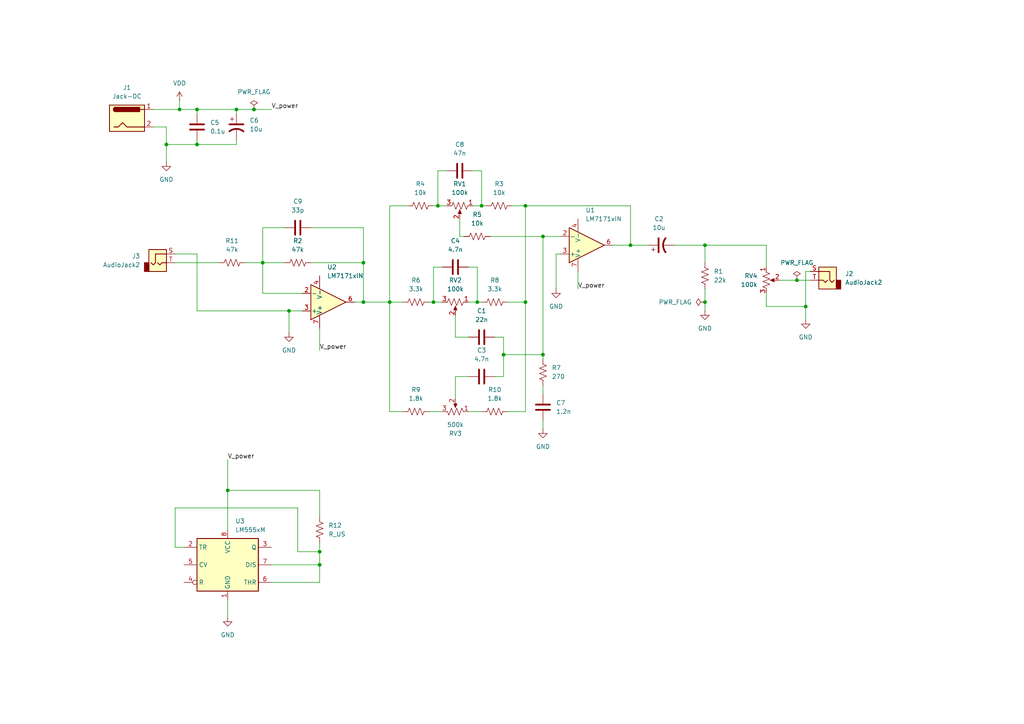
<source format=kicad_sch>
(kicad_sch
	(version 20231120)
	(generator "eeschema")
	(generator_version "8.0")
	(uuid "820f08b7-d1b5-4a6b-b436-999d23c30a93")
	(paper "A4")
	(lib_symbols
		(symbol "Amplifier_Operational:LM7171xIN"
			(pin_names
				(offset 0.127)
			)
			(exclude_from_sim no)
			(in_bom yes)
			(on_board yes)
			(property "Reference" "U"
				(at 0 6.35 0)
				(effects
					(font
						(size 1.27 1.27)
					)
					(justify left)
				)
			)
			(property "Value" "LM7171xIN"
				(at 0 3.81 0)
				(effects
					(font
						(size 1.27 1.27)
					)
					(justify left)
				)
			)
			(property "Footprint" "Package_DIP:DIP-8_W7.62mm"
				(at 0 0 0)
				(effects
					(font
						(size 1.27 1.27)
					)
					(hide yes)
				)
			)
			(property "Datasheet" "https://www.ti.com/lit/ds/symlink/lm7171.pdf"
				(at 0 0 0)
				(effects
					(font
						(size 1.27 1.27)
					)
					(hide yes)
				)
			)
			(property "Description" "Single Very High Speed High Output Current Voltage Feedback Amplifier, DIP-8"
				(at 0 0 0)
				(effects
					(font
						(size 1.27 1.27)
					)
					(hide yes)
				)
			)
			(property "ki_keywords" "single opamp"
				(at 0 0 0)
				(effects
					(font
						(size 1.27 1.27)
					)
					(hide yes)
				)
			)
			(property "ki_fp_filters" "DIP*W7.62mm*"
				(at 0 0 0)
				(effects
					(font
						(size 1.27 1.27)
					)
					(hide yes)
				)
			)
			(symbol "LM7171xIN_1_1"
				(polyline
					(pts
						(xy -5.08 5.08) (xy 5.08 0) (xy -5.08 -5.08) (xy -5.08 5.08)
					)
					(stroke
						(width 0.254)
						(type default)
					)
					(fill
						(type background)
					)
				)
				(pin no_connect line
					(at 0 2.54 270)
					(length 5.08) hide
					(name "NC"
						(effects
							(font
								(size 1.27 1.27)
							)
						)
					)
					(number "1"
						(effects
							(font
								(size 1.27 1.27)
							)
						)
					)
				)
				(pin input line
					(at -7.62 -2.54 0)
					(length 2.54)
					(name "-"
						(effects
							(font
								(size 1.27 1.27)
							)
						)
					)
					(number "2"
						(effects
							(font
								(size 1.27 1.27)
							)
						)
					)
				)
				(pin input line
					(at -7.62 2.54 0)
					(length 2.54)
					(name "+"
						(effects
							(font
								(size 1.27 1.27)
							)
						)
					)
					(number "3"
						(effects
							(font
								(size 1.27 1.27)
							)
						)
					)
				)
				(pin power_in line
					(at -2.54 -7.62 90)
					(length 3.81)
					(name "V-"
						(effects
							(font
								(size 1.27 1.27)
							)
						)
					)
					(number "4"
						(effects
							(font
								(size 1.27 1.27)
							)
						)
					)
				)
				(pin no_connect line
					(at 0 -2.54 90)
					(length 5.08) hide
					(name "NC"
						(effects
							(font
								(size 1.27 1.27)
							)
						)
					)
					(number "5"
						(effects
							(font
								(size 1.27 1.27)
							)
						)
					)
				)
				(pin output line
					(at 7.62 0 180)
					(length 2.54)
					(name "~"
						(effects
							(font
								(size 1.27 1.27)
							)
						)
					)
					(number "6"
						(effects
							(font
								(size 1.27 1.27)
							)
						)
					)
				)
				(pin power_in line
					(at -2.54 7.62 270)
					(length 3.81)
					(name "V+"
						(effects
							(font
								(size 1.27 1.27)
							)
						)
					)
					(number "7"
						(effects
							(font
								(size 1.27 1.27)
							)
						)
					)
				)
				(pin no_connect line
					(at 2.54 -1.27 90)
					(length 6.35) hide
					(name "NC"
						(effects
							(font
								(size 1.27 1.27)
							)
						)
					)
					(number "8"
						(effects
							(font
								(size 1.27 1.27)
							)
						)
					)
				)
			)
		)
		(symbol "Connector:Jack-DC"
			(pin_names
				(offset 1.016)
			)
			(exclude_from_sim no)
			(in_bom yes)
			(on_board yes)
			(property "Reference" "J"
				(at 0 5.334 0)
				(effects
					(font
						(size 1.27 1.27)
					)
				)
			)
			(property "Value" "Jack-DC"
				(at 0 -5.08 0)
				(effects
					(font
						(size 1.27 1.27)
					)
				)
			)
			(property "Footprint" ""
				(at 1.27 -1.016 0)
				(effects
					(font
						(size 1.27 1.27)
					)
					(hide yes)
				)
			)
			(property "Datasheet" "~"
				(at 1.27 -1.016 0)
				(effects
					(font
						(size 1.27 1.27)
					)
					(hide yes)
				)
			)
			(property "Description" "DC Barrel Jack"
				(at 0 0 0)
				(effects
					(font
						(size 1.27 1.27)
					)
					(hide yes)
				)
			)
			(property "ki_keywords" "DC power barrel jack connector"
				(at 0 0 0)
				(effects
					(font
						(size 1.27 1.27)
					)
					(hide yes)
				)
			)
			(property "ki_fp_filters" "BarrelJack*"
				(at 0 0 0)
				(effects
					(font
						(size 1.27 1.27)
					)
					(hide yes)
				)
			)
			(symbol "Jack-DC_0_1"
				(rectangle
					(start -5.08 3.81)
					(end 5.08 -3.81)
					(stroke
						(width 0.254)
						(type default)
					)
					(fill
						(type background)
					)
				)
				(arc
					(start -3.302 3.175)
					(mid -3.9343 2.54)
					(end -3.302 1.905)
					(stroke
						(width 0.254)
						(type default)
					)
					(fill
						(type none)
					)
				)
				(arc
					(start -3.302 3.175)
					(mid -3.9343 2.54)
					(end -3.302 1.905)
					(stroke
						(width 0.254)
						(type default)
					)
					(fill
						(type outline)
					)
				)
				(polyline
					(pts
						(xy 5.08 2.54) (xy 3.81 2.54)
					)
					(stroke
						(width 0.254)
						(type default)
					)
					(fill
						(type none)
					)
				)
				(polyline
					(pts
						(xy -3.81 -2.54) (xy -2.54 -2.54) (xy -1.27 -1.27) (xy 0 -2.54) (xy 2.54 -2.54) (xy 5.08 -2.54)
					)
					(stroke
						(width 0.254)
						(type default)
					)
					(fill
						(type none)
					)
				)
				(rectangle
					(start 3.683 3.175)
					(end -3.302 1.905)
					(stroke
						(width 0.254)
						(type default)
					)
					(fill
						(type outline)
					)
				)
			)
			(symbol "Jack-DC_1_1"
				(pin passive line
					(at 7.62 2.54 180)
					(length 2.54)
					(name "~"
						(effects
							(font
								(size 1.27 1.27)
							)
						)
					)
					(number "1"
						(effects
							(font
								(size 1.27 1.27)
							)
						)
					)
				)
				(pin passive line
					(at 7.62 -2.54 180)
					(length 2.54)
					(name "~"
						(effects
							(font
								(size 1.27 1.27)
							)
						)
					)
					(number "2"
						(effects
							(font
								(size 1.27 1.27)
							)
						)
					)
				)
			)
		)
		(symbol "Connector_Audio:AudioJack2"
			(exclude_from_sim no)
			(in_bom yes)
			(on_board yes)
			(property "Reference" "J"
				(at 0 8.89 0)
				(effects
					(font
						(size 1.27 1.27)
					)
				)
			)
			(property "Value" "AudioJack2"
				(at 0 6.35 0)
				(effects
					(font
						(size 1.27 1.27)
					)
				)
			)
			(property "Footprint" ""
				(at 0 0 0)
				(effects
					(font
						(size 1.27 1.27)
					)
					(hide yes)
				)
			)
			(property "Datasheet" "~"
				(at 0 0 0)
				(effects
					(font
						(size 1.27 1.27)
					)
					(hide yes)
				)
			)
			(property "Description" "Audio Jack, 2 Poles (Mono / TS)"
				(at 0 0 0)
				(effects
					(font
						(size 1.27 1.27)
					)
					(hide yes)
				)
			)
			(property "ki_keywords" "audio jack receptacle mono phone headphone TS connector"
				(at 0 0 0)
				(effects
					(font
						(size 1.27 1.27)
					)
					(hide yes)
				)
			)
			(property "ki_fp_filters" "Jack*"
				(at 0 0 0)
				(effects
					(font
						(size 1.27 1.27)
					)
					(hide yes)
				)
			)
			(symbol "AudioJack2_0_1"
				(rectangle
					(start -3.81 0)
					(end -2.54 -2.54)
					(stroke
						(width 0.254)
						(type default)
					)
					(fill
						(type outline)
					)
				)
				(rectangle
					(start -2.54 3.81)
					(end 2.54 -2.54)
					(stroke
						(width 0.254)
						(type default)
					)
					(fill
						(type background)
					)
				)
				(polyline
					(pts
						(xy 0 0) (xy 0.635 -0.635) (xy 1.27 0) (xy 2.54 0)
					)
					(stroke
						(width 0.254)
						(type default)
					)
					(fill
						(type none)
					)
				)
				(polyline
					(pts
						(xy 2.54 2.54) (xy -0.635 2.54) (xy -0.635 0) (xy -1.27 -0.635) (xy -1.905 0)
					)
					(stroke
						(width 0.254)
						(type default)
					)
					(fill
						(type none)
					)
				)
			)
			(symbol "AudioJack2_1_1"
				(pin passive line
					(at 5.08 2.54 180)
					(length 2.54)
					(name "~"
						(effects
							(font
								(size 1.27 1.27)
							)
						)
					)
					(number "S"
						(effects
							(font
								(size 1.27 1.27)
							)
						)
					)
				)
				(pin passive line
					(at 5.08 0 180)
					(length 2.54)
					(name "~"
						(effects
							(font
								(size 1.27 1.27)
							)
						)
					)
					(number "T"
						(effects
							(font
								(size 1.27 1.27)
							)
						)
					)
				)
			)
		)
		(symbol "Device:C"
			(pin_numbers hide)
			(pin_names
				(offset 0.254)
			)
			(exclude_from_sim no)
			(in_bom yes)
			(on_board yes)
			(property "Reference" "C"
				(at 0.635 2.54 0)
				(effects
					(font
						(size 1.27 1.27)
					)
					(justify left)
				)
			)
			(property "Value" "C"
				(at 0.635 -2.54 0)
				(effects
					(font
						(size 1.27 1.27)
					)
					(justify left)
				)
			)
			(property "Footprint" ""
				(at 0.9652 -3.81 0)
				(effects
					(font
						(size 1.27 1.27)
					)
					(hide yes)
				)
			)
			(property "Datasheet" "~"
				(at 0 0 0)
				(effects
					(font
						(size 1.27 1.27)
					)
					(hide yes)
				)
			)
			(property "Description" "Unpolarized capacitor"
				(at 0 0 0)
				(effects
					(font
						(size 1.27 1.27)
					)
					(hide yes)
				)
			)
			(property "ki_keywords" "cap capacitor"
				(at 0 0 0)
				(effects
					(font
						(size 1.27 1.27)
					)
					(hide yes)
				)
			)
			(property "ki_fp_filters" "C_*"
				(at 0 0 0)
				(effects
					(font
						(size 1.27 1.27)
					)
					(hide yes)
				)
			)
			(symbol "C_0_1"
				(polyline
					(pts
						(xy -2.032 -0.762) (xy 2.032 -0.762)
					)
					(stroke
						(width 0.508)
						(type default)
					)
					(fill
						(type none)
					)
				)
				(polyline
					(pts
						(xy -2.032 0.762) (xy 2.032 0.762)
					)
					(stroke
						(width 0.508)
						(type default)
					)
					(fill
						(type none)
					)
				)
			)
			(symbol "C_1_1"
				(pin passive line
					(at 0 3.81 270)
					(length 2.794)
					(name "~"
						(effects
							(font
								(size 1.27 1.27)
							)
						)
					)
					(number "1"
						(effects
							(font
								(size 1.27 1.27)
							)
						)
					)
				)
				(pin passive line
					(at 0 -3.81 90)
					(length 2.794)
					(name "~"
						(effects
							(font
								(size 1.27 1.27)
							)
						)
					)
					(number "2"
						(effects
							(font
								(size 1.27 1.27)
							)
						)
					)
				)
			)
		)
		(symbol "Device:C_Polarized_US"
			(pin_numbers hide)
			(pin_names
				(offset 0.254) hide)
			(exclude_from_sim no)
			(in_bom yes)
			(on_board yes)
			(property "Reference" "C"
				(at 0.635 2.54 0)
				(effects
					(font
						(size 1.27 1.27)
					)
					(justify left)
				)
			)
			(property "Value" "C_Polarized_US"
				(at 0.635 -2.54 0)
				(effects
					(font
						(size 1.27 1.27)
					)
					(justify left)
				)
			)
			(property "Footprint" ""
				(at 0 0 0)
				(effects
					(font
						(size 1.27 1.27)
					)
					(hide yes)
				)
			)
			(property "Datasheet" "~"
				(at 0 0 0)
				(effects
					(font
						(size 1.27 1.27)
					)
					(hide yes)
				)
			)
			(property "Description" "Polarized capacitor, US symbol"
				(at 0 0 0)
				(effects
					(font
						(size 1.27 1.27)
					)
					(hide yes)
				)
			)
			(property "ki_keywords" "cap capacitor"
				(at 0 0 0)
				(effects
					(font
						(size 1.27 1.27)
					)
					(hide yes)
				)
			)
			(property "ki_fp_filters" "CP_*"
				(at 0 0 0)
				(effects
					(font
						(size 1.27 1.27)
					)
					(hide yes)
				)
			)
			(symbol "C_Polarized_US_0_1"
				(polyline
					(pts
						(xy -2.032 0.762) (xy 2.032 0.762)
					)
					(stroke
						(width 0.508)
						(type default)
					)
					(fill
						(type none)
					)
				)
				(polyline
					(pts
						(xy -1.778 2.286) (xy -0.762 2.286)
					)
					(stroke
						(width 0)
						(type default)
					)
					(fill
						(type none)
					)
				)
				(polyline
					(pts
						(xy -1.27 1.778) (xy -1.27 2.794)
					)
					(stroke
						(width 0)
						(type default)
					)
					(fill
						(type none)
					)
				)
				(arc
					(start 2.032 -1.27)
					(mid 0 -0.5572)
					(end -2.032 -1.27)
					(stroke
						(width 0.508)
						(type default)
					)
					(fill
						(type none)
					)
				)
			)
			(symbol "C_Polarized_US_1_1"
				(pin passive line
					(at 0 3.81 270)
					(length 2.794)
					(name "~"
						(effects
							(font
								(size 1.27 1.27)
							)
						)
					)
					(number "1"
						(effects
							(font
								(size 1.27 1.27)
							)
						)
					)
				)
				(pin passive line
					(at 0 -3.81 90)
					(length 3.302)
					(name "~"
						(effects
							(font
								(size 1.27 1.27)
							)
						)
					)
					(number "2"
						(effects
							(font
								(size 1.27 1.27)
							)
						)
					)
				)
			)
		)
		(symbol "Device:R_Potentiometer_US"
			(pin_names
				(offset 1.016) hide)
			(exclude_from_sim no)
			(in_bom yes)
			(on_board yes)
			(property "Reference" "RV"
				(at -4.445 0 90)
				(effects
					(font
						(size 1.27 1.27)
					)
				)
			)
			(property "Value" "R_Potentiometer_US"
				(at -2.54 0 90)
				(effects
					(font
						(size 1.27 1.27)
					)
				)
			)
			(property "Footprint" ""
				(at 0 0 0)
				(effects
					(font
						(size 1.27 1.27)
					)
					(hide yes)
				)
			)
			(property "Datasheet" "~"
				(at 0 0 0)
				(effects
					(font
						(size 1.27 1.27)
					)
					(hide yes)
				)
			)
			(property "Description" "Potentiometer, US symbol"
				(at 0 0 0)
				(effects
					(font
						(size 1.27 1.27)
					)
					(hide yes)
				)
			)
			(property "ki_keywords" "resistor variable"
				(at 0 0 0)
				(effects
					(font
						(size 1.27 1.27)
					)
					(hide yes)
				)
			)
			(property "ki_fp_filters" "Potentiometer*"
				(at 0 0 0)
				(effects
					(font
						(size 1.27 1.27)
					)
					(hide yes)
				)
			)
			(symbol "R_Potentiometer_US_0_1"
				(polyline
					(pts
						(xy 0 -2.286) (xy 0 -2.54)
					)
					(stroke
						(width 0)
						(type default)
					)
					(fill
						(type none)
					)
				)
				(polyline
					(pts
						(xy 0 2.54) (xy 0 2.286)
					)
					(stroke
						(width 0)
						(type default)
					)
					(fill
						(type none)
					)
				)
				(polyline
					(pts
						(xy 2.54 0) (xy 1.524 0)
					)
					(stroke
						(width 0)
						(type default)
					)
					(fill
						(type none)
					)
				)
				(polyline
					(pts
						(xy 1.143 0) (xy 2.286 0.508) (xy 2.286 -0.508) (xy 1.143 0)
					)
					(stroke
						(width 0)
						(type default)
					)
					(fill
						(type outline)
					)
				)
				(polyline
					(pts
						(xy 0 -0.762) (xy 1.016 -1.143) (xy 0 -1.524) (xy -1.016 -1.905) (xy 0 -2.286)
					)
					(stroke
						(width 0)
						(type default)
					)
					(fill
						(type none)
					)
				)
				(polyline
					(pts
						(xy 0 0.762) (xy 1.016 0.381) (xy 0 0) (xy -1.016 -0.381) (xy 0 -0.762)
					)
					(stroke
						(width 0)
						(type default)
					)
					(fill
						(type none)
					)
				)
				(polyline
					(pts
						(xy 0 2.286) (xy 1.016 1.905) (xy 0 1.524) (xy -1.016 1.143) (xy 0 0.762)
					)
					(stroke
						(width 0)
						(type default)
					)
					(fill
						(type none)
					)
				)
			)
			(symbol "R_Potentiometer_US_1_1"
				(pin passive line
					(at 0 3.81 270)
					(length 1.27)
					(name "1"
						(effects
							(font
								(size 1.27 1.27)
							)
						)
					)
					(number "1"
						(effects
							(font
								(size 1.27 1.27)
							)
						)
					)
				)
				(pin passive line
					(at 3.81 0 180)
					(length 1.27)
					(name "2"
						(effects
							(font
								(size 1.27 1.27)
							)
						)
					)
					(number "2"
						(effects
							(font
								(size 1.27 1.27)
							)
						)
					)
				)
				(pin passive line
					(at 0 -3.81 90)
					(length 1.27)
					(name "3"
						(effects
							(font
								(size 1.27 1.27)
							)
						)
					)
					(number "3"
						(effects
							(font
								(size 1.27 1.27)
							)
						)
					)
				)
			)
		)
		(symbol "Device:R_US"
			(pin_numbers hide)
			(pin_names
				(offset 0)
			)
			(exclude_from_sim no)
			(in_bom yes)
			(on_board yes)
			(property "Reference" "R"
				(at 2.54 0 90)
				(effects
					(font
						(size 1.27 1.27)
					)
				)
			)
			(property "Value" "R_US"
				(at -2.54 0 90)
				(effects
					(font
						(size 1.27 1.27)
					)
				)
			)
			(property "Footprint" ""
				(at 1.016 -0.254 90)
				(effects
					(font
						(size 1.27 1.27)
					)
					(hide yes)
				)
			)
			(property "Datasheet" "~"
				(at 0 0 0)
				(effects
					(font
						(size 1.27 1.27)
					)
					(hide yes)
				)
			)
			(property "Description" "Resistor, US symbol"
				(at 0 0 0)
				(effects
					(font
						(size 1.27 1.27)
					)
					(hide yes)
				)
			)
			(property "ki_keywords" "R res resistor"
				(at 0 0 0)
				(effects
					(font
						(size 1.27 1.27)
					)
					(hide yes)
				)
			)
			(property "ki_fp_filters" "R_*"
				(at 0 0 0)
				(effects
					(font
						(size 1.27 1.27)
					)
					(hide yes)
				)
			)
			(symbol "R_US_0_1"
				(polyline
					(pts
						(xy 0 -2.286) (xy 0 -2.54)
					)
					(stroke
						(width 0)
						(type default)
					)
					(fill
						(type none)
					)
				)
				(polyline
					(pts
						(xy 0 2.286) (xy 0 2.54)
					)
					(stroke
						(width 0)
						(type default)
					)
					(fill
						(type none)
					)
				)
				(polyline
					(pts
						(xy 0 -0.762) (xy 1.016 -1.143) (xy 0 -1.524) (xy -1.016 -1.905) (xy 0 -2.286)
					)
					(stroke
						(width 0)
						(type default)
					)
					(fill
						(type none)
					)
				)
				(polyline
					(pts
						(xy 0 0.762) (xy 1.016 0.381) (xy 0 0) (xy -1.016 -0.381) (xy 0 -0.762)
					)
					(stroke
						(width 0)
						(type default)
					)
					(fill
						(type none)
					)
				)
				(polyline
					(pts
						(xy 0 2.286) (xy 1.016 1.905) (xy 0 1.524) (xy -1.016 1.143) (xy 0 0.762)
					)
					(stroke
						(width 0)
						(type default)
					)
					(fill
						(type none)
					)
				)
			)
			(symbol "R_US_1_1"
				(pin passive line
					(at 0 3.81 270)
					(length 1.27)
					(name "~"
						(effects
							(font
								(size 1.27 1.27)
							)
						)
					)
					(number "1"
						(effects
							(font
								(size 1.27 1.27)
							)
						)
					)
				)
				(pin passive line
					(at 0 -3.81 90)
					(length 1.27)
					(name "~"
						(effects
							(font
								(size 1.27 1.27)
							)
						)
					)
					(number "2"
						(effects
							(font
								(size 1.27 1.27)
							)
						)
					)
				)
			)
		)
		(symbol "Timer:LM555xM"
			(exclude_from_sim no)
			(in_bom yes)
			(on_board yes)
			(property "Reference" "U"
				(at -10.16 8.89 0)
				(effects
					(font
						(size 1.27 1.27)
					)
					(justify left)
				)
			)
			(property "Value" "LM555xM"
				(at 2.54 8.89 0)
				(effects
					(font
						(size 1.27 1.27)
					)
					(justify left)
				)
			)
			(property "Footprint" "Package_SO:SOIC-8_3.9x4.9mm_P1.27mm"
				(at 21.59 -10.16 0)
				(effects
					(font
						(size 1.27 1.27)
					)
					(hide yes)
				)
			)
			(property "Datasheet" "http://www.ti.com/lit/ds/symlink/lm555.pdf"
				(at 21.59 -10.16 0)
				(effects
					(font
						(size 1.27 1.27)
					)
					(hide yes)
				)
			)
			(property "Description" "Timer, 555 compatible, SOIC-8"
				(at 0 0 0)
				(effects
					(font
						(size 1.27 1.27)
					)
					(hide yes)
				)
			)
			(property "ki_keywords" "single timer 555"
				(at 0 0 0)
				(effects
					(font
						(size 1.27 1.27)
					)
					(hide yes)
				)
			)
			(property "ki_fp_filters" "SOIC*3.9x4.9mm*P1.27mm*"
				(at 0 0 0)
				(effects
					(font
						(size 1.27 1.27)
					)
					(hide yes)
				)
			)
			(symbol "LM555xM_0_0"
				(pin power_in line
					(at 0 -10.16 90)
					(length 2.54)
					(name "GND"
						(effects
							(font
								(size 1.27 1.27)
							)
						)
					)
					(number "1"
						(effects
							(font
								(size 1.27 1.27)
							)
						)
					)
				)
				(pin power_in line
					(at 0 10.16 270)
					(length 2.54)
					(name "VCC"
						(effects
							(font
								(size 1.27 1.27)
							)
						)
					)
					(number "8"
						(effects
							(font
								(size 1.27 1.27)
							)
						)
					)
				)
			)
			(symbol "LM555xM_0_1"
				(rectangle
					(start -8.89 -7.62)
					(end 8.89 7.62)
					(stroke
						(width 0.254)
						(type default)
					)
					(fill
						(type background)
					)
				)
				(rectangle
					(start -8.89 -7.62)
					(end 8.89 7.62)
					(stroke
						(width 0.254)
						(type default)
					)
					(fill
						(type background)
					)
				)
			)
			(symbol "LM555xM_1_1"
				(pin input line
					(at -12.7 5.08 0)
					(length 3.81)
					(name "TR"
						(effects
							(font
								(size 1.27 1.27)
							)
						)
					)
					(number "2"
						(effects
							(font
								(size 1.27 1.27)
							)
						)
					)
				)
				(pin output line
					(at 12.7 5.08 180)
					(length 3.81)
					(name "Q"
						(effects
							(font
								(size 1.27 1.27)
							)
						)
					)
					(number "3"
						(effects
							(font
								(size 1.27 1.27)
							)
						)
					)
				)
				(pin input inverted
					(at -12.7 -5.08 0)
					(length 3.81)
					(name "R"
						(effects
							(font
								(size 1.27 1.27)
							)
						)
					)
					(number "4"
						(effects
							(font
								(size 1.27 1.27)
							)
						)
					)
				)
				(pin input line
					(at -12.7 0 0)
					(length 3.81)
					(name "CV"
						(effects
							(font
								(size 1.27 1.27)
							)
						)
					)
					(number "5"
						(effects
							(font
								(size 1.27 1.27)
							)
						)
					)
				)
				(pin input line
					(at 12.7 -5.08 180)
					(length 3.81)
					(name "THR"
						(effects
							(font
								(size 1.27 1.27)
							)
						)
					)
					(number "6"
						(effects
							(font
								(size 1.27 1.27)
							)
						)
					)
				)
				(pin input line
					(at 12.7 0 180)
					(length 3.81)
					(name "DIS"
						(effects
							(font
								(size 1.27 1.27)
							)
						)
					)
					(number "7"
						(effects
							(font
								(size 1.27 1.27)
							)
						)
					)
				)
			)
		)
		(symbol "power:GND"
			(power)
			(pin_numbers hide)
			(pin_names
				(offset 0) hide)
			(exclude_from_sim no)
			(in_bom yes)
			(on_board yes)
			(property "Reference" "#PWR"
				(at 0 -6.35 0)
				(effects
					(font
						(size 1.27 1.27)
					)
					(hide yes)
				)
			)
			(property "Value" "GND"
				(at 0 -3.81 0)
				(effects
					(font
						(size 1.27 1.27)
					)
				)
			)
			(property "Footprint" ""
				(at 0 0 0)
				(effects
					(font
						(size 1.27 1.27)
					)
					(hide yes)
				)
			)
			(property "Datasheet" ""
				(at 0 0 0)
				(effects
					(font
						(size 1.27 1.27)
					)
					(hide yes)
				)
			)
			(property "Description" "Power symbol creates a global label with name \"GND\" , ground"
				(at 0 0 0)
				(effects
					(font
						(size 1.27 1.27)
					)
					(hide yes)
				)
			)
			(property "ki_keywords" "global power"
				(at 0 0 0)
				(effects
					(font
						(size 1.27 1.27)
					)
					(hide yes)
				)
			)
			(symbol "GND_0_1"
				(polyline
					(pts
						(xy 0 0) (xy 0 -1.27) (xy 1.27 -1.27) (xy 0 -2.54) (xy -1.27 -1.27) (xy 0 -1.27)
					)
					(stroke
						(width 0)
						(type default)
					)
					(fill
						(type none)
					)
				)
			)
			(symbol "GND_1_1"
				(pin power_in line
					(at 0 0 270)
					(length 0)
					(name "~"
						(effects
							(font
								(size 1.27 1.27)
							)
						)
					)
					(number "1"
						(effects
							(font
								(size 1.27 1.27)
							)
						)
					)
				)
			)
		)
		(symbol "power:PWR_FLAG"
			(power)
			(pin_numbers hide)
			(pin_names
				(offset 0) hide)
			(exclude_from_sim no)
			(in_bom yes)
			(on_board yes)
			(property "Reference" "#FLG"
				(at 0 1.905 0)
				(effects
					(font
						(size 1.27 1.27)
					)
					(hide yes)
				)
			)
			(property "Value" "PWR_FLAG"
				(at 0 3.81 0)
				(effects
					(font
						(size 1.27 1.27)
					)
				)
			)
			(property "Footprint" ""
				(at 0 0 0)
				(effects
					(font
						(size 1.27 1.27)
					)
					(hide yes)
				)
			)
			(property "Datasheet" "~"
				(at 0 0 0)
				(effects
					(font
						(size 1.27 1.27)
					)
					(hide yes)
				)
			)
			(property "Description" "Special symbol for telling ERC where power comes from"
				(at 0 0 0)
				(effects
					(font
						(size 1.27 1.27)
					)
					(hide yes)
				)
			)
			(property "ki_keywords" "flag power"
				(at 0 0 0)
				(effects
					(font
						(size 1.27 1.27)
					)
					(hide yes)
				)
			)
			(symbol "PWR_FLAG_0_0"
				(pin power_out line
					(at 0 0 90)
					(length 0)
					(name "~"
						(effects
							(font
								(size 1.27 1.27)
							)
						)
					)
					(number "1"
						(effects
							(font
								(size 1.27 1.27)
							)
						)
					)
				)
			)
			(symbol "PWR_FLAG_0_1"
				(polyline
					(pts
						(xy 0 0) (xy 0 1.27) (xy -1.016 1.905) (xy 0 2.54) (xy 1.016 1.905) (xy 0 1.27)
					)
					(stroke
						(width 0)
						(type default)
					)
					(fill
						(type none)
					)
				)
			)
		)
		(symbol "power:VDD"
			(power)
			(pin_numbers hide)
			(pin_names
				(offset 0) hide)
			(exclude_from_sim no)
			(in_bom yes)
			(on_board yes)
			(property "Reference" "#PWR"
				(at 0 -3.81 0)
				(effects
					(font
						(size 1.27 1.27)
					)
					(hide yes)
				)
			)
			(property "Value" "VDD"
				(at 0 3.556 0)
				(effects
					(font
						(size 1.27 1.27)
					)
				)
			)
			(property "Footprint" ""
				(at 0 0 0)
				(effects
					(font
						(size 1.27 1.27)
					)
					(hide yes)
				)
			)
			(property "Datasheet" ""
				(at 0 0 0)
				(effects
					(font
						(size 1.27 1.27)
					)
					(hide yes)
				)
			)
			(property "Description" "Power symbol creates a global label with name \"VDD\""
				(at 0 0 0)
				(effects
					(font
						(size 1.27 1.27)
					)
					(hide yes)
				)
			)
			(property "ki_keywords" "global power"
				(at 0 0 0)
				(effects
					(font
						(size 1.27 1.27)
					)
					(hide yes)
				)
			)
			(symbol "VDD_0_1"
				(polyline
					(pts
						(xy -0.762 1.27) (xy 0 2.54)
					)
					(stroke
						(width 0)
						(type default)
					)
					(fill
						(type none)
					)
				)
				(polyline
					(pts
						(xy 0 0) (xy 0 2.54)
					)
					(stroke
						(width 0)
						(type default)
					)
					(fill
						(type none)
					)
				)
				(polyline
					(pts
						(xy 0 2.54) (xy 0.762 1.27)
					)
					(stroke
						(width 0)
						(type default)
					)
					(fill
						(type none)
					)
				)
			)
			(symbol "VDD_1_1"
				(pin power_in line
					(at 0 0 90)
					(length 0)
					(name "~"
						(effects
							(font
								(size 1.27 1.27)
							)
						)
					)
					(number "1"
						(effects
							(font
								(size 1.27 1.27)
							)
						)
					)
				)
			)
		)
	)
	(junction
		(at 152.4 59.69)
		(diameter 0)
		(color 0 0 0 0)
		(uuid "0614f15c-b3c5-4987-9328-c0439a4c67cf")
	)
	(junction
		(at 76.2 76.2)
		(diameter 0)
		(color 0 0 0 0)
		(uuid "068213ae-8723-479e-8f30-d14364a66ead")
	)
	(junction
		(at 139.7 59.69)
		(diameter 0)
		(color 0 0 0 0)
		(uuid "110b43b3-5f5e-4fbe-b570-ab976810e4b3")
	)
	(junction
		(at 57.15 31.75)
		(diameter 0)
		(color 0 0 0 0)
		(uuid "15f87221-07b6-438a-9d15-39e3eb843ffc")
	)
	(junction
		(at 182.88 71.12)
		(diameter 0)
		(color 0 0 0 0)
		(uuid "183ea8af-76ab-466a-a67a-5decd132e4e9")
	)
	(junction
		(at 138.43 87.63)
		(diameter 0)
		(color 0 0 0 0)
		(uuid "25fdd934-04ee-47e8-b5c5-4e611c66adf1")
	)
	(junction
		(at 73.66 31.75)
		(diameter 0)
		(color 0 0 0 0)
		(uuid "27f1ac48-e911-449d-ad29-4be507ba5265")
	)
	(junction
		(at 231.14 81.28)
		(diameter 0)
		(color 0 0 0 0)
		(uuid "48bb747e-df93-450f-8970-5773aa874fd6")
	)
	(junction
		(at 233.68 88.9)
		(diameter 0)
		(color 0 0 0 0)
		(uuid "49d39911-f166-449a-93ad-ac0c41789668")
	)
	(junction
		(at 125.73 87.63)
		(diameter 0)
		(color 0 0 0 0)
		(uuid "4e129968-aa69-40e1-9cea-0bc5caaaa781")
	)
	(junction
		(at 83.82 90.17)
		(diameter 0)
		(color 0 0 0 0)
		(uuid "4fb24f59-fe9e-4cca-8259-15bf57bfe9f9")
	)
	(junction
		(at 105.41 87.63)
		(diameter 0)
		(color 0 0 0 0)
		(uuid "57c034ac-b50e-4aa2-b0a4-faace4564924")
	)
	(junction
		(at 105.41 76.2)
		(diameter 0)
		(color 0 0 0 0)
		(uuid "61d26b42-f2aa-4ee5-88cb-7a7cbb0d0196")
	)
	(junction
		(at 204.47 71.12)
		(diameter 0)
		(color 0 0 0 0)
		(uuid "70e7ca32-5021-44a4-96b6-4334feb10086")
	)
	(junction
		(at 68.58 31.75)
		(diameter 0)
		(color 0 0 0 0)
		(uuid "7d358c57-e706-479f-8c0e-08c036b6c162")
	)
	(junction
		(at 113.03 87.63)
		(diameter 0)
		(color 0 0 0 0)
		(uuid "89321cf4-6535-48ae-b8a8-bac87b79a103")
	)
	(junction
		(at 57.15 41.91)
		(diameter 0)
		(color 0 0 0 0)
		(uuid "8dbe8142-fe76-4edc-861d-468b88d26be9")
	)
	(junction
		(at 127 59.69)
		(diameter 0)
		(color 0 0 0 0)
		(uuid "903af3bb-a7bd-44dd-91ff-fbc9d6b54415")
	)
	(junction
		(at 92.71 160.02)
		(diameter 0)
		(color 0 0 0 0)
		(uuid "905e6479-f73d-4398-a2c5-ad4b11b97601")
	)
	(junction
		(at 52.07 31.75)
		(diameter 0)
		(color 0 0 0 0)
		(uuid "aed658c7-600c-48d5-96b1-be9656b17379")
	)
	(junction
		(at 48.26 41.91)
		(diameter 0)
		(color 0 0 0 0)
		(uuid "b71ce0a7-04a4-41d2-a108-f90572e1ba21")
	)
	(junction
		(at 146.05 102.87)
		(diameter 0)
		(color 0 0 0 0)
		(uuid "b7d223fd-4e88-453a-b43b-a0db0104671d")
	)
	(junction
		(at 92.71 163.83)
		(diameter 0)
		(color 0 0 0 0)
		(uuid "bee5bbde-1ea0-49d2-8416-0c5e569378c3")
	)
	(junction
		(at 157.48 102.87)
		(diameter 0)
		(color 0 0 0 0)
		(uuid "cf193e31-2c89-456a-a156-6841fb80a263")
	)
	(junction
		(at 66.04 142.24)
		(diameter 0)
		(color 0 0 0 0)
		(uuid "d77c4abe-b172-40d4-8899-c8581c4de6b0")
	)
	(junction
		(at 152.4 87.63)
		(diameter 0)
		(color 0 0 0 0)
		(uuid "d9376a79-1358-4637-85f9-50fcfabcf469")
	)
	(junction
		(at 157.48 68.58)
		(diameter 0)
		(color 0 0 0 0)
		(uuid "e304ac39-c0b2-41b6-8009-c498a9753cfc")
	)
	(junction
		(at 204.47 87.63)
		(diameter 0)
		(color 0 0 0 0)
		(uuid "efe0daa1-efed-4986-8ce2-534bd9e43dce")
	)
	(wire
		(pts
			(xy 57.15 31.75) (xy 68.58 31.75)
		)
		(stroke
			(width 0)
			(type default)
		)
		(uuid "007fdc0d-1e79-4fcd-bfde-70f64bce3e50")
	)
	(wire
		(pts
			(xy 142.24 68.58) (xy 157.48 68.58)
		)
		(stroke
			(width 0)
			(type default)
		)
		(uuid "042fcfea-b7fb-45e6-9343-674558c43f38")
	)
	(wire
		(pts
			(xy 113.03 87.63) (xy 116.84 87.63)
		)
		(stroke
			(width 0)
			(type default)
		)
		(uuid "060d33c1-b1ac-4a0d-b62f-7e196d0709e1")
	)
	(wire
		(pts
			(xy 222.25 71.12) (xy 204.47 71.12)
		)
		(stroke
			(width 0)
			(type default)
		)
		(uuid "063d552d-685d-45a7-a55a-28a655533070")
	)
	(wire
		(pts
			(xy 152.4 59.69) (xy 152.4 87.63)
		)
		(stroke
			(width 0)
			(type default)
		)
		(uuid "0742d148-5a78-4ee3-94c2-0aa2550f966c")
	)
	(wire
		(pts
			(xy 125.73 59.69) (xy 127 59.69)
		)
		(stroke
			(width 0)
			(type default)
		)
		(uuid "0d2c6a16-69b8-4c4f-84b0-b1e4210b0d0d")
	)
	(wire
		(pts
			(xy 125.73 87.63) (xy 128.27 87.63)
		)
		(stroke
			(width 0)
			(type default)
		)
		(uuid "113abe01-bc64-4aa9-b7db-fc8e0dd9f4f4")
	)
	(wire
		(pts
			(xy 233.68 88.9) (xy 233.68 92.71)
		)
		(stroke
			(width 0)
			(type default)
		)
		(uuid "11b378db-42ec-45f5-b10e-fa7993149769")
	)
	(wire
		(pts
			(xy 125.73 77.47) (xy 125.73 87.63)
		)
		(stroke
			(width 0)
			(type default)
		)
		(uuid "1596090c-815a-4b56-948f-5814d464e97a")
	)
	(wire
		(pts
			(xy 68.58 31.75) (xy 68.58 33.02)
		)
		(stroke
			(width 0)
			(type default)
		)
		(uuid "174ada8b-8a09-478f-9853-18d38c4bcce7")
	)
	(wire
		(pts
			(xy 52.07 29.21) (xy 52.07 31.75)
		)
		(stroke
			(width 0)
			(type default)
		)
		(uuid "194df6fb-49cd-4fc6-9d06-229dac7e91a3")
	)
	(wire
		(pts
			(xy 135.89 87.63) (xy 138.43 87.63)
		)
		(stroke
			(width 0)
			(type default)
		)
		(uuid "1bff929f-6dd2-4b5f-b697-b101e810c46b")
	)
	(wire
		(pts
			(xy 68.58 31.75) (xy 73.66 31.75)
		)
		(stroke
			(width 0)
			(type default)
		)
		(uuid "1eec3cbf-7c7d-46cc-9d1b-9a2145bd5847")
	)
	(wire
		(pts
			(xy 146.05 102.87) (xy 157.48 102.87)
		)
		(stroke
			(width 0)
			(type default)
		)
		(uuid "26337a3d-d1a4-40a5-bd0b-6fb944faa775")
	)
	(wire
		(pts
			(xy 139.7 49.53) (xy 139.7 59.69)
		)
		(stroke
			(width 0)
			(type default)
		)
		(uuid "27587ca5-551c-45d7-978e-cb818a958c0f")
	)
	(wire
		(pts
			(xy 44.45 31.75) (xy 52.07 31.75)
		)
		(stroke
			(width 0)
			(type default)
		)
		(uuid "28642bfd-4ce8-43e4-8590-bc5e40f03b51")
	)
	(wire
		(pts
			(xy 146.05 97.79) (xy 146.05 102.87)
		)
		(stroke
			(width 0)
			(type default)
		)
		(uuid "2c711fdf-b3d2-484f-b00b-f379e5c12f91")
	)
	(wire
		(pts
			(xy 44.45 36.83) (xy 48.26 36.83)
		)
		(stroke
			(width 0)
			(type default)
		)
		(uuid "300e2bb6-4849-4946-b6a6-6a20fe487327")
	)
	(wire
		(pts
			(xy 146.05 102.87) (xy 146.05 109.22)
		)
		(stroke
			(width 0)
			(type default)
		)
		(uuid "3b0c747e-2de7-4ad4-a9f1-d79f2ac5f1e4")
	)
	(wire
		(pts
			(xy 204.47 76.2) (xy 204.47 71.12)
		)
		(stroke
			(width 0)
			(type default)
		)
		(uuid "3b137343-eba8-4155-91fc-33ca525d44c5")
	)
	(wire
		(pts
			(xy 92.71 168.91) (xy 78.74 168.91)
		)
		(stroke
			(width 0)
			(type default)
		)
		(uuid "3cb15642-ed6e-419d-a416-0d209fd98ca7")
	)
	(wire
		(pts
			(xy 148.59 59.69) (xy 152.4 59.69)
		)
		(stroke
			(width 0)
			(type default)
		)
		(uuid "3cd479cb-4359-4d3e-aa99-68739606a4c8")
	)
	(wire
		(pts
			(xy 92.71 157.48) (xy 92.71 160.02)
		)
		(stroke
			(width 0)
			(type default)
		)
		(uuid "40d23095-5a07-4be0-bbc2-23ffa011c3ac")
	)
	(wire
		(pts
			(xy 66.04 133.35) (xy 66.04 142.24)
		)
		(stroke
			(width 0)
			(type default)
		)
		(uuid "418944ca-1593-4468-b689-45b34ddac5b1")
	)
	(wire
		(pts
			(xy 139.7 59.69) (xy 140.97 59.69)
		)
		(stroke
			(width 0)
			(type default)
		)
		(uuid "42a82f3b-6c9e-4e5f-b3eb-48a47e91356b")
	)
	(wire
		(pts
			(xy 143.51 97.79) (xy 146.05 97.79)
		)
		(stroke
			(width 0)
			(type default)
		)
		(uuid "42c95fa3-ddad-48cb-844e-84c720c44f27")
	)
	(wire
		(pts
			(xy 105.41 66.04) (xy 90.17 66.04)
		)
		(stroke
			(width 0)
			(type default)
		)
		(uuid "43212860-a8c7-4fe7-a709-99aff511a425")
	)
	(wire
		(pts
			(xy 135.89 77.47) (xy 138.43 77.47)
		)
		(stroke
			(width 0)
			(type default)
		)
		(uuid "433677f5-c7e9-400e-a390-addd99aebed3")
	)
	(wire
		(pts
			(xy 157.48 68.58) (xy 157.48 102.87)
		)
		(stroke
			(width 0)
			(type default)
		)
		(uuid "48a290d1-d93a-424b-b450-74ee8bd0258c")
	)
	(wire
		(pts
			(xy 92.71 163.83) (xy 92.71 168.91)
		)
		(stroke
			(width 0)
			(type default)
		)
		(uuid "4f60454f-903f-4596-85fa-9737afda38f5")
	)
	(wire
		(pts
			(xy 233.68 88.9) (xy 233.68 78.74)
		)
		(stroke
			(width 0)
			(type default)
		)
		(uuid "52ebeda2-aa95-415f-b038-ced8778f9769")
	)
	(wire
		(pts
			(xy 90.17 76.2) (xy 105.41 76.2)
		)
		(stroke
			(width 0)
			(type default)
		)
		(uuid "54abbacf-a87d-422e-8f39-1cb0ee1f1d83")
	)
	(wire
		(pts
			(xy 52.07 31.75) (xy 57.15 31.75)
		)
		(stroke
			(width 0)
			(type default)
		)
		(uuid "55b0a66e-aa38-4984-99c1-5457a9528174")
	)
	(wire
		(pts
			(xy 48.26 41.91) (xy 48.26 46.99)
		)
		(stroke
			(width 0)
			(type default)
		)
		(uuid "55cbbd09-cdab-4d55-81f7-ec9c89702d02")
	)
	(wire
		(pts
			(xy 105.41 87.63) (xy 113.03 87.63)
		)
		(stroke
			(width 0)
			(type default)
		)
		(uuid "55dccc6c-d450-4337-99f0-1d30eaa4da90")
	)
	(wire
		(pts
			(xy 102.87 87.63) (xy 105.41 87.63)
		)
		(stroke
			(width 0)
			(type default)
		)
		(uuid "57b36e48-7a3e-4216-b0b4-dce7388abdf2")
	)
	(wire
		(pts
			(xy 124.46 87.63) (xy 125.73 87.63)
		)
		(stroke
			(width 0)
			(type default)
		)
		(uuid "5839ab04-1bc7-4c6d-b0d2-7aef6f072e6c")
	)
	(wire
		(pts
			(xy 233.68 78.74) (xy 234.95 78.74)
		)
		(stroke
			(width 0)
			(type default)
		)
		(uuid "5a673af8-507b-4440-a12a-e06dc9062702")
	)
	(wire
		(pts
			(xy 57.15 73.66) (xy 57.15 90.17)
		)
		(stroke
			(width 0)
			(type default)
		)
		(uuid "5aa092ba-e783-4f40-8ba3-089f122763a0")
	)
	(wire
		(pts
			(xy 129.54 49.53) (xy 127 49.53)
		)
		(stroke
			(width 0)
			(type default)
		)
		(uuid "5f8ad5af-783d-48c1-8a1d-08ef3bc845da")
	)
	(wire
		(pts
			(xy 132.08 109.22) (xy 135.89 109.22)
		)
		(stroke
			(width 0)
			(type default)
		)
		(uuid "604dcc0d-925e-4281-a72e-6797c8ffa9f0")
	)
	(wire
		(pts
			(xy 113.03 119.38) (xy 113.03 87.63)
		)
		(stroke
			(width 0)
			(type default)
		)
		(uuid "631eccce-a37f-4072-94f6-dd547f0e730b")
	)
	(wire
		(pts
			(xy 177.8 71.12) (xy 182.88 71.12)
		)
		(stroke
			(width 0)
			(type default)
		)
		(uuid "63cfa4c1-995f-4343-9d04-6d01efddc324")
	)
	(wire
		(pts
			(xy 137.16 59.69) (xy 139.7 59.69)
		)
		(stroke
			(width 0)
			(type default)
		)
		(uuid "68f278b1-248f-4188-b679-5644b1aab67f")
	)
	(wire
		(pts
			(xy 127 59.69) (xy 129.54 59.69)
		)
		(stroke
			(width 0)
			(type default)
		)
		(uuid "69bbf366-d002-47f3-9f24-19a51591b4ee")
	)
	(wire
		(pts
			(xy 128.27 77.47) (xy 125.73 77.47)
		)
		(stroke
			(width 0)
			(type default)
		)
		(uuid "6baaa7c5-7711-4ab6-a035-11041050b62b")
	)
	(wire
		(pts
			(xy 86.36 160.02) (xy 86.36 147.32)
		)
		(stroke
			(width 0)
			(type default)
		)
		(uuid "6c359376-96a0-48fd-854e-6468d00786fe")
	)
	(wire
		(pts
			(xy 76.2 76.2) (xy 76.2 85.09)
		)
		(stroke
			(width 0)
			(type default)
		)
		(uuid "6cc315dd-fe0b-4ebc-a950-71d15d55e1b9")
	)
	(wire
		(pts
			(xy 92.71 149.86) (xy 92.71 142.24)
		)
		(stroke
			(width 0)
			(type default)
		)
		(uuid "6ebe236f-9b6e-46ef-97a2-559b45eb5127")
	)
	(wire
		(pts
			(xy 57.15 41.91) (xy 68.58 41.91)
		)
		(stroke
			(width 0)
			(type default)
		)
		(uuid "7275f9d7-6c08-448b-84ae-def787708cd9")
	)
	(wire
		(pts
			(xy 50.8 158.75) (xy 53.34 158.75)
		)
		(stroke
			(width 0)
			(type default)
		)
		(uuid "74d03f1d-3e64-47ca-80e5-cb1714fe5a14")
	)
	(wire
		(pts
			(xy 71.12 76.2) (xy 76.2 76.2)
		)
		(stroke
			(width 0)
			(type default)
		)
		(uuid "77fc30e9-4952-45fd-a368-4566d6eb49bb")
	)
	(wire
		(pts
			(xy 222.25 88.9) (xy 233.68 88.9)
		)
		(stroke
			(width 0)
			(type default)
		)
		(uuid "79b08366-c35a-4b95-861d-fffc35714dd9")
	)
	(wire
		(pts
			(xy 135.89 97.79) (xy 132.08 97.79)
		)
		(stroke
			(width 0)
			(type default)
		)
		(uuid "7a32d5b8-fcc6-4a63-adc6-23b3c6c95438")
	)
	(wire
		(pts
			(xy 92.71 160.02) (xy 86.36 160.02)
		)
		(stroke
			(width 0)
			(type default)
		)
		(uuid "7f3a698e-3aa7-4dce-8a2c-4ad5a945caf4")
	)
	(wire
		(pts
			(xy 182.88 71.12) (xy 187.96 71.12)
		)
		(stroke
			(width 0)
			(type default)
		)
		(uuid "80c8a56d-6236-4742-9da2-8e6f511608d4")
	)
	(wire
		(pts
			(xy 132.08 115.57) (xy 132.08 109.22)
		)
		(stroke
			(width 0)
			(type default)
		)
		(uuid "83dd2a0f-4b16-4bc9-9c0d-ffee1f19f0b8")
	)
	(wire
		(pts
			(xy 83.82 90.17) (xy 83.82 96.52)
		)
		(stroke
			(width 0)
			(type default)
		)
		(uuid "88d88796-b52b-46f4-aac4-9c6078727eb8")
	)
	(wire
		(pts
			(xy 161.29 73.66) (xy 161.29 83.82)
		)
		(stroke
			(width 0)
			(type default)
		)
		(uuid "89ca73c5-2f81-4a1d-85a8-b227abb43a8c")
	)
	(wire
		(pts
			(xy 204.47 83.82) (xy 204.47 87.63)
		)
		(stroke
			(width 0)
			(type default)
		)
		(uuid "8a3d297a-31b7-48ff-9b35-234ca5eb601a")
	)
	(wire
		(pts
			(xy 50.8 147.32) (xy 50.8 158.75)
		)
		(stroke
			(width 0)
			(type default)
		)
		(uuid "8a3ea603-35e1-43eb-bc81-9ed5e3c20a37")
	)
	(wire
		(pts
			(xy 73.66 31.75) (xy 78.74 31.75)
		)
		(stroke
			(width 0)
			(type default)
		)
		(uuid "907ca34a-3c89-4c52-be5d-2e7830d34317")
	)
	(wire
		(pts
			(xy 113.03 59.69) (xy 118.11 59.69)
		)
		(stroke
			(width 0)
			(type default)
		)
		(uuid "92dfb851-b43b-454a-80cc-1952fc85bee6")
	)
	(wire
		(pts
			(xy 92.71 95.25) (xy 92.71 101.6)
		)
		(stroke
			(width 0)
			(type default)
		)
		(uuid "9ac9256c-40a2-45e4-8f9d-8e7761b8220c")
	)
	(wire
		(pts
			(xy 133.35 63.5) (xy 133.35 68.58)
		)
		(stroke
			(width 0)
			(type default)
		)
		(uuid "9c2453e2-2c3b-4f5f-9427-745546479aa6")
	)
	(wire
		(pts
			(xy 157.48 102.87) (xy 157.48 104.14)
		)
		(stroke
			(width 0)
			(type default)
		)
		(uuid "9dbe4a2b-3caa-4238-94eb-9ada4f1a85ab")
	)
	(wire
		(pts
			(xy 78.74 163.83) (xy 92.71 163.83)
		)
		(stroke
			(width 0)
			(type default)
		)
		(uuid "a0854bf5-2b76-4ff8-a52d-3e671b374295")
	)
	(wire
		(pts
			(xy 182.88 59.69) (xy 182.88 71.12)
		)
		(stroke
			(width 0)
			(type default)
		)
		(uuid "a1882e52-81a8-4434-b140-acd1adaf9c0d")
	)
	(wire
		(pts
			(xy 152.4 87.63) (xy 147.32 87.63)
		)
		(stroke
			(width 0)
			(type default)
		)
		(uuid "a2839436-a2af-466c-a24e-320bab96edd5")
	)
	(wire
		(pts
			(xy 124.46 119.38) (xy 128.27 119.38)
		)
		(stroke
			(width 0)
			(type default)
		)
		(uuid "a32e5f73-4d8c-4082-98b5-79ab56762263")
	)
	(wire
		(pts
			(xy 167.64 78.74) (xy 167.64 83.82)
		)
		(stroke
			(width 0)
			(type default)
		)
		(uuid "a404e051-13ed-49bf-8bb1-d1be92fb60f4")
	)
	(wire
		(pts
			(xy 92.71 160.02) (xy 92.71 163.83)
		)
		(stroke
			(width 0)
			(type default)
		)
		(uuid "a5e64ce2-ae5e-4806-a01b-f1fa330032f6")
	)
	(wire
		(pts
			(xy 66.04 173.99) (xy 66.04 179.07)
		)
		(stroke
			(width 0)
			(type default)
		)
		(uuid "a62d5815-6ad8-4d8f-b68c-47210e7a16d1")
	)
	(wire
		(pts
			(xy 222.25 85.09) (xy 222.25 88.9)
		)
		(stroke
			(width 0)
			(type default)
		)
		(uuid "a7519d17-46f4-4eb6-b8b1-1236fbdf6b9d")
	)
	(wire
		(pts
			(xy 57.15 41.91) (xy 57.15 40.64)
		)
		(stroke
			(width 0)
			(type default)
		)
		(uuid "a8263078-707e-438f-a2fc-132331c7cb22")
	)
	(wire
		(pts
			(xy 127 49.53) (xy 127 59.69)
		)
		(stroke
			(width 0)
			(type default)
		)
		(uuid "a8e61ee1-9249-4718-b601-14e2a79dcba0")
	)
	(wire
		(pts
			(xy 113.03 87.63) (xy 113.03 59.69)
		)
		(stroke
			(width 0)
			(type default)
		)
		(uuid "b6fceb13-0ab1-4d4f-afb3-3b82296500eb")
	)
	(wire
		(pts
			(xy 57.15 31.75) (xy 57.15 33.02)
		)
		(stroke
			(width 0)
			(type default)
		)
		(uuid "b79dd859-4104-4f60-98f6-d200fc55c95f")
	)
	(wire
		(pts
			(xy 162.56 73.66) (xy 161.29 73.66)
		)
		(stroke
			(width 0)
			(type default)
		)
		(uuid "b9132d96-cd68-40d0-8202-b3576f18d258")
	)
	(wire
		(pts
			(xy 105.41 87.63) (xy 105.41 76.2)
		)
		(stroke
			(width 0)
			(type default)
		)
		(uuid "bbe3d7b9-6ded-4540-a91c-3038887dd663")
	)
	(wire
		(pts
			(xy 68.58 40.64) (xy 68.58 41.91)
		)
		(stroke
			(width 0)
			(type default)
		)
		(uuid "bd698d1f-1112-45c9-8d82-89e14b96c8d1")
	)
	(wire
		(pts
			(xy 132.08 91.44) (xy 132.08 97.79)
		)
		(stroke
			(width 0)
			(type default)
		)
		(uuid "bf95b8d0-707a-461e-8452-f130907845b5")
	)
	(wire
		(pts
			(xy 57.15 41.91) (xy 48.26 41.91)
		)
		(stroke
			(width 0)
			(type default)
		)
		(uuid "c6f42881-64a0-4603-abea-8079c42c85ea")
	)
	(wire
		(pts
			(xy 143.51 109.22) (xy 146.05 109.22)
		)
		(stroke
			(width 0)
			(type default)
		)
		(uuid "c861b761-f270-447e-a615-07784ccb838e")
	)
	(wire
		(pts
			(xy 138.43 77.47) (xy 138.43 87.63)
		)
		(stroke
			(width 0)
			(type default)
		)
		(uuid "c9da20da-7c43-4a6a-abde-6c93a91adf07")
	)
	(wire
		(pts
			(xy 50.8 73.66) (xy 57.15 73.66)
		)
		(stroke
			(width 0)
			(type default)
		)
		(uuid "cf76e30f-e33c-402c-9ad1-0fa4915ff711")
	)
	(wire
		(pts
			(xy 231.14 81.28) (xy 234.95 81.28)
		)
		(stroke
			(width 0)
			(type default)
		)
		(uuid "cfcfd8c7-af88-43f0-aef0-a5303f5b692b")
	)
	(wire
		(pts
			(xy 157.48 111.76) (xy 157.48 114.3)
		)
		(stroke
			(width 0)
			(type default)
		)
		(uuid "d1e45c6f-9cd3-489d-bb28-9bcb7c7bde2d")
	)
	(wire
		(pts
			(xy 222.25 77.47) (xy 222.25 71.12)
		)
		(stroke
			(width 0)
			(type default)
		)
		(uuid "d2c70c7c-58ce-4502-9c65-ce3e449042fe")
	)
	(wire
		(pts
			(xy 157.48 121.92) (xy 157.48 124.46)
		)
		(stroke
			(width 0)
			(type default)
		)
		(uuid "d42d2582-0d33-4238-b0be-8489388bf4a6")
	)
	(wire
		(pts
			(xy 135.89 119.38) (xy 139.7 119.38)
		)
		(stroke
			(width 0)
			(type default)
		)
		(uuid "d63885c2-7d65-4b4a-a124-99fe367b7e99")
	)
	(wire
		(pts
			(xy 48.26 36.83) (xy 48.26 41.91)
		)
		(stroke
			(width 0)
			(type default)
		)
		(uuid "d6fdfac4-365d-4e25-aee3-11261745de35")
	)
	(wire
		(pts
			(xy 152.4 119.38) (xy 147.32 119.38)
		)
		(stroke
			(width 0)
			(type default)
		)
		(uuid "d9c3e8f3-b196-4b71-b6c2-45cddb830878")
	)
	(wire
		(pts
			(xy 226.06 81.28) (xy 231.14 81.28)
		)
		(stroke
			(width 0)
			(type default)
		)
		(uuid "d9f0aae4-7ac3-4ea7-851a-55b57c3f2259")
	)
	(wire
		(pts
			(xy 152.4 87.63) (xy 152.4 119.38)
		)
		(stroke
			(width 0)
			(type default)
		)
		(uuid "dc583dcc-e95e-47bf-9028-95125a367ab7")
	)
	(wire
		(pts
			(xy 195.58 71.12) (xy 204.47 71.12)
		)
		(stroke
			(width 0)
			(type default)
		)
		(uuid "dd704694-c5ee-40b2-9517-1b3abb7e595d")
	)
	(wire
		(pts
			(xy 204.47 87.63) (xy 204.47 90.17)
		)
		(stroke
			(width 0)
			(type default)
		)
		(uuid "e225e87b-86bc-4a21-91c4-36aa348554af")
	)
	(wire
		(pts
			(xy 86.36 147.32) (xy 50.8 147.32)
		)
		(stroke
			(width 0)
			(type default)
		)
		(uuid "e29f4687-abbe-4f1c-a7a4-52e08e3b8015")
	)
	(wire
		(pts
			(xy 116.84 119.38) (xy 113.03 119.38)
		)
		(stroke
			(width 0)
			(type default)
		)
		(uuid "e3a6a31d-952b-46a2-a3e3-71eabb1bcc55")
	)
	(wire
		(pts
			(xy 76.2 66.04) (xy 76.2 76.2)
		)
		(stroke
			(width 0)
			(type default)
		)
		(uuid "e72561bd-bc40-49dd-8950-602f04fbe5cb")
	)
	(wire
		(pts
			(xy 66.04 142.24) (xy 66.04 153.67)
		)
		(stroke
			(width 0)
			(type default)
		)
		(uuid "e8d3e584-45ae-42f7-8b22-50b276699717")
	)
	(wire
		(pts
			(xy 66.04 142.24) (xy 92.71 142.24)
		)
		(stroke
			(width 0)
			(type default)
		)
		(uuid "e9767229-89ab-4241-8f02-e49288ccda03")
	)
	(wire
		(pts
			(xy 82.55 66.04) (xy 76.2 66.04)
		)
		(stroke
			(width 0)
			(type default)
		)
		(uuid "eb741adc-f35f-4617-b53f-ff083f371ee3")
	)
	(wire
		(pts
			(xy 76.2 85.09) (xy 87.63 85.09)
		)
		(stroke
			(width 0)
			(type default)
		)
		(uuid "ee870015-eadf-418e-8399-b34331137fb9")
	)
	(wire
		(pts
			(xy 83.82 90.17) (xy 87.63 90.17)
		)
		(stroke
			(width 0)
			(type default)
		)
		(uuid "eed62667-6f15-45b7-9194-97bd6fcc26f9")
	)
	(wire
		(pts
			(xy 133.35 68.58) (xy 134.62 68.58)
		)
		(stroke
			(width 0)
			(type default)
		)
		(uuid "eee7d750-1269-4348-99ea-4a54c49071bf")
	)
	(wire
		(pts
			(xy 152.4 59.69) (xy 182.88 59.69)
		)
		(stroke
			(width 0)
			(type default)
		)
		(uuid "ef44ff0b-13a8-4fff-a95a-731bba992473")
	)
	(wire
		(pts
			(xy 50.8 76.2) (xy 63.5 76.2)
		)
		(stroke
			(width 0)
			(type default)
		)
		(uuid "f0ae51f8-0dda-4ed4-8a89-d3182b1da5ac")
	)
	(wire
		(pts
			(xy 76.2 76.2) (xy 82.55 76.2)
		)
		(stroke
			(width 0)
			(type default)
		)
		(uuid "f0b0d3b8-5331-4328-b292-1d26dbc02d9a")
	)
	(wire
		(pts
			(xy 138.43 87.63) (xy 139.7 87.63)
		)
		(stroke
			(width 0)
			(type default)
		)
		(uuid "f100cd5a-fbe0-4413-9a8c-9e357b4a5e5c")
	)
	(wire
		(pts
			(xy 105.41 76.2) (xy 105.41 66.04)
		)
		(stroke
			(width 0)
			(type default)
		)
		(uuid "f730281c-3e0e-417c-b8b8-9acad19ea3fa")
	)
	(wire
		(pts
			(xy 57.15 90.17) (xy 83.82 90.17)
		)
		(stroke
			(width 0)
			(type default)
		)
		(uuid "fb016e34-fa98-4d04-9a98-d457f46acc98")
	)
	(wire
		(pts
			(xy 157.48 68.58) (xy 162.56 68.58)
		)
		(stroke
			(width 0)
			(type default)
		)
		(uuid "fb4a49c1-217c-480b-a8f4-8b0c1066cfdd")
	)
	(wire
		(pts
			(xy 137.16 49.53) (xy 139.7 49.53)
		)
		(stroke
			(width 0)
			(type default)
		)
		(uuid "fd129de9-0e14-41a3-ba51-99db5135d0e2")
	)
	(label "V_power"
		(at 92.71 101.6 0)
		(fields_autoplaced yes)
		(effects
			(font
				(size 1.27 1.27)
			)
			(justify left bottom)
		)
		(uuid "6794494f-6205-43b7-be18-6eefdb773ef5")
	)
	(label "V_power"
		(at 78.74 31.75 0)
		(fields_autoplaced yes)
		(effects
			(font
				(size 1.27 1.27)
			)
			(justify left bottom)
		)
		(uuid "96752089-5b3d-4f60-9f32-5b9958eb68fd")
	)
	(label "V_power"
		(at 167.64 83.82 0)
		(fields_autoplaced yes)
		(effects
			(font
				(size 1.27 1.27)
			)
			(justify left bottom)
		)
		(uuid "caf07fa7-ac86-48b6-ada6-2d7ed1fca967")
	)
	(label "V_power"
		(at 66.04 133.35 0)
		(fields_autoplaced yes)
		(effects
			(font
				(size 1.27 1.27)
			)
			(justify left bottom)
		)
		(uuid "e4fc44d1-da17-4eab-a621-3bc1b3772a81")
	)
	(symbol
		(lib_id "power:GND")
		(at 66.04 179.07 0)
		(unit 1)
		(exclude_from_sim no)
		(in_bom yes)
		(on_board yes)
		(dnp no)
		(fields_autoplaced yes)
		(uuid "005c1348-28fe-4d17-aa08-1ce74e488d11")
		(property "Reference" "#PWR08"
			(at 66.04 185.42 0)
			(effects
				(font
					(size 1.27 1.27)
				)
				(hide yes)
			)
		)
		(property "Value" "GND"
			(at 66.04 184.15 0)
			(effects
				(font
					(size 1.27 1.27)
				)
			)
		)
		(property "Footprint" ""
			(at 66.04 179.07 0)
			(effects
				(font
					(size 1.27 1.27)
				)
				(hide yes)
			)
		)
		(property "Datasheet" ""
			(at 66.04 179.07 0)
			(effects
				(font
					(size 1.27 1.27)
				)
				(hide yes)
			)
		)
		(property "Description" "Power symbol creates a global label with name \"GND\" , ground"
			(at 66.04 179.07 0)
			(effects
				(font
					(size 1.27 1.27)
				)
				(hide yes)
			)
		)
		(pin "1"
			(uuid "f75146ba-43bc-4979-a78a-50244c9518d3")
		)
		(instances
			(project ""
				(path "/820f08b7-d1b5-4a6b-b436-999d23c30a93"
					(reference "#PWR08")
					(unit 1)
				)
			)
		)
	)
	(symbol
		(lib_id "Device:R_Potentiometer_US")
		(at 133.35 59.69 270)
		(unit 1)
		(exclude_from_sim no)
		(in_bom yes)
		(on_board yes)
		(dnp no)
		(fields_autoplaced yes)
		(uuid "196da324-210f-46f8-9133-178f8d563dc1")
		(property "Reference" "RV1"
			(at 133.35 53.34 90)
			(effects
				(font
					(size 1.27 1.27)
				)
			)
		)
		(property "Value" "100k"
			(at 133.35 55.88 90)
			(effects
				(font
					(size 1.27 1.27)
				)
			)
		)
		(property "Footprint" "Potentiometer_THT:Potentiometer_ACP_CA14V-15_Vertical"
			(at 133.35 59.69 0)
			(effects
				(font
					(size 1.27 1.27)
				)
				(hide yes)
			)
		)
		(property "Datasheet" "~"
			(at 133.35 59.69 0)
			(effects
				(font
					(size 1.27 1.27)
				)
				(hide yes)
			)
		)
		(property "Description" "Potentiometer, US symbol"
			(at 133.35 59.69 0)
			(effects
				(font
					(size 1.27 1.27)
				)
				(hide yes)
			)
		)
		(pin "3"
			(uuid "ea0e27f4-590d-4b8f-8327-0fc3981fd99e")
		)
		(pin "1"
			(uuid "9287cb00-6c5c-42d3-a44a-e8e0152ef14b")
		)
		(pin "2"
			(uuid "c03fd2f7-f89d-45a9-ac48-2aff74261f06")
		)
		(instances
			(project ""
				(path "/820f08b7-d1b5-4a6b-b436-999d23c30a93"
					(reference "RV1")
					(unit 1)
				)
			)
		)
	)
	(symbol
		(lib_id "Device:C")
		(at 57.15 36.83 0)
		(unit 1)
		(exclude_from_sim no)
		(in_bom yes)
		(on_board yes)
		(dnp no)
		(fields_autoplaced yes)
		(uuid "1b292367-33d9-4f7f-95e4-0bc8487253d0")
		(property "Reference" "C5"
			(at 60.96 35.5599 0)
			(effects
				(font
					(size 1.27 1.27)
				)
				(justify left)
			)
		)
		(property "Value" "0.1u"
			(at 60.96 38.0999 0)
			(effects
				(font
					(size 1.27 1.27)
				)
				(justify left)
			)
		)
		(property "Footprint" "Capacitor_SMD:C_01005_0402Metric"
			(at 58.1152 40.64 0)
			(effects
				(font
					(size 1.27 1.27)
				)
				(hide yes)
			)
		)
		(property "Datasheet" "~"
			(at 57.15 36.83 0)
			(effects
				(font
					(size 1.27 1.27)
				)
				(hide yes)
			)
		)
		(property "Description" "Unpolarized capacitor"
			(at 57.15 36.83 0)
			(effects
				(font
					(size 1.27 1.27)
				)
				(hide yes)
			)
		)
		(pin "1"
			(uuid "19bc3bbd-e5e2-4b17-bbe1-91541a224bc7")
		)
		(pin "2"
			(uuid "e27c9417-1166-4e52-8de1-ccca46a533dc")
		)
		(instances
			(project ""
				(path "/820f08b7-d1b5-4a6b-b436-999d23c30a93"
					(reference "C5")
					(unit 1)
				)
			)
		)
	)
	(symbol
		(lib_id "Device:R_Potentiometer_US")
		(at 132.08 119.38 270)
		(mirror x)
		(unit 1)
		(exclude_from_sim no)
		(in_bom yes)
		(on_board yes)
		(dnp no)
		(uuid "2041f41e-52e4-4498-ac78-5fe12e8e862f")
		(property "Reference" "RV3"
			(at 132.08 125.73 90)
			(effects
				(font
					(size 1.27 1.27)
				)
			)
		)
		(property "Value" "500k"
			(at 132.08 123.19 90)
			(effects
				(font
					(size 1.27 1.27)
				)
			)
		)
		(property "Footprint" "Potentiometer_THT:Potentiometer_ACP_CA14V-15_Vertical"
			(at 132.08 119.38 0)
			(effects
				(font
					(size 1.27 1.27)
				)
				(hide yes)
			)
		)
		(property "Datasheet" "~"
			(at 132.08 119.38 0)
			(effects
				(font
					(size 1.27 1.27)
				)
				(hide yes)
			)
		)
		(property "Description" "Potentiometer, US symbol"
			(at 132.08 119.38 0)
			(effects
				(font
					(size 1.27 1.27)
				)
				(hide yes)
			)
		)
		(pin "3"
			(uuid "f6895c4f-c687-4a0e-9cd2-58293a5e5ce1")
		)
		(pin "1"
			(uuid "20d5ed16-c5ff-48a3-bfd2-e34d41d771dd")
		)
		(pin "2"
			(uuid "255d3833-d760-46cd-b6fd-41b701b9f722")
		)
		(instances
			(project "amplifier"
				(path "/820f08b7-d1b5-4a6b-b436-999d23c30a93"
					(reference "RV3")
					(unit 1)
				)
			)
		)
	)
	(symbol
		(lib_id "Device:R_US")
		(at 144.78 59.69 90)
		(unit 1)
		(exclude_from_sim no)
		(in_bom yes)
		(on_board yes)
		(dnp no)
		(fields_autoplaced yes)
		(uuid "22975ff8-1783-4172-bec4-e0901a338ce7")
		(property "Reference" "R3"
			(at 144.78 53.34 90)
			(effects
				(font
					(size 1.27 1.27)
				)
			)
		)
		(property "Value" "10k"
			(at 144.78 55.88 90)
			(effects
				(font
					(size 1.27 1.27)
				)
			)
		)
		(property "Footprint" "Resistor_SMD:R_0603_1608Metric"
			(at 145.034 58.674 90)
			(effects
				(font
					(size 1.27 1.27)
				)
				(hide yes)
			)
		)
		(property "Datasheet" "~"
			(at 144.78 59.69 0)
			(effects
				(font
					(size 1.27 1.27)
				)
				(hide yes)
			)
		)
		(property "Description" "Resistor, US symbol"
			(at 144.78 59.69 0)
			(effects
				(font
					(size 1.27 1.27)
				)
				(hide yes)
			)
		)
		(pin "1"
			(uuid "48f9b212-9b72-4a4f-8756-07fa05e83028")
		)
		(pin "2"
			(uuid "8fb34ee3-f5a9-40dd-b4a5-f2e0eb326b9f")
		)
		(instances
			(project ""
				(path "/820f08b7-d1b5-4a6b-b436-999d23c30a93"
					(reference "R3")
					(unit 1)
				)
			)
		)
	)
	(symbol
		(lib_id "power:GND")
		(at 48.26 46.99 0)
		(unit 1)
		(exclude_from_sim no)
		(in_bom yes)
		(on_board yes)
		(dnp no)
		(fields_autoplaced yes)
		(uuid "271324c5-3bdb-4c3c-8628-859eb0d487b1")
		(property "Reference" "#PWR04"
			(at 48.26 53.34 0)
			(effects
				(font
					(size 1.27 1.27)
				)
				(hide yes)
			)
		)
		(property "Value" "GND"
			(at 48.26 52.07 0)
			(effects
				(font
					(size 1.27 1.27)
				)
			)
		)
		(property "Footprint" ""
			(at 48.26 46.99 0)
			(effects
				(font
					(size 1.27 1.27)
				)
				(hide yes)
			)
		)
		(property "Datasheet" ""
			(at 48.26 46.99 0)
			(effects
				(font
					(size 1.27 1.27)
				)
				(hide yes)
			)
		)
		(property "Description" "Power symbol creates a global label with name \"GND\" , ground"
			(at 48.26 46.99 0)
			(effects
				(font
					(size 1.27 1.27)
				)
				(hide yes)
			)
		)
		(pin "1"
			(uuid "fe37d51d-6015-48cd-a07e-79b888c57cf0")
		)
		(instances
			(project ""
				(path "/820f08b7-d1b5-4a6b-b436-999d23c30a93"
					(reference "#PWR04")
					(unit 1)
				)
			)
		)
	)
	(symbol
		(lib_id "Device:R_US")
		(at 120.65 119.38 90)
		(unit 1)
		(exclude_from_sim no)
		(in_bom yes)
		(on_board yes)
		(dnp no)
		(fields_autoplaced yes)
		(uuid "28327ac3-a3cb-438d-bf61-ea5cc5389de2")
		(property "Reference" "R9"
			(at 120.65 113.03 90)
			(effects
				(font
					(size 1.27 1.27)
				)
			)
		)
		(property "Value" "1.8k"
			(at 120.65 115.57 90)
			(effects
				(font
					(size 1.27 1.27)
				)
			)
		)
		(property "Footprint" "Resistor_SMD:R_0603_1608Metric"
			(at 120.904 118.364 90)
			(effects
				(font
					(size 1.27 1.27)
				)
				(hide yes)
			)
		)
		(property "Datasheet" "~"
			(at 120.65 119.38 0)
			(effects
				(font
					(size 1.27 1.27)
				)
				(hide yes)
			)
		)
		(property "Description" "Resistor, US symbol"
			(at 120.65 119.38 0)
			(effects
				(font
					(size 1.27 1.27)
				)
				(hide yes)
			)
		)
		(pin "2"
			(uuid "8f3f3197-e4c2-4f7a-a220-1ae262ba8c9d")
		)
		(pin "1"
			(uuid "2dedfdd7-d4a4-4bb1-8e48-5ebaedf799e5")
		)
		(instances
			(project "amplifier"
				(path "/820f08b7-d1b5-4a6b-b436-999d23c30a93"
					(reference "R9")
					(unit 1)
				)
			)
		)
	)
	(symbol
		(lib_id "Device:R_Potentiometer_US")
		(at 132.08 87.63 270)
		(unit 1)
		(exclude_from_sim no)
		(in_bom yes)
		(on_board yes)
		(dnp no)
		(fields_autoplaced yes)
		(uuid "29a7ca8b-1dcf-46c4-b306-89dd311b6c1e")
		(property "Reference" "RV2"
			(at 132.08 81.28 90)
			(effects
				(font
					(size 1.27 1.27)
				)
			)
		)
		(property "Value" "100k"
			(at 132.08 83.82 90)
			(effects
				(font
					(size 1.27 1.27)
				)
			)
		)
		(property "Footprint" "Potentiometer_THT:Potentiometer_ACP_CA14V-15_Vertical"
			(at 132.08 87.63 0)
			(effects
				(font
					(size 1.27 1.27)
				)
				(hide yes)
			)
		)
		(property "Datasheet" "~"
			(at 132.08 87.63 0)
			(effects
				(font
					(size 1.27 1.27)
				)
				(hide yes)
			)
		)
		(property "Description" "Potentiometer, US symbol"
			(at 132.08 87.63 0)
			(effects
				(font
					(size 1.27 1.27)
				)
				(hide yes)
			)
		)
		(pin "3"
			(uuid "fc54ccbd-c3ad-4913-afcb-8421f557cf0a")
		)
		(pin "1"
			(uuid "2062a72a-fbae-46b6-851d-fa3824a9cb06")
		)
		(pin "2"
			(uuid "45d685bc-bb4e-4729-8294-9ce5d6d0bcfa")
		)
		(instances
			(project "amplifier"
				(path "/820f08b7-d1b5-4a6b-b436-999d23c30a93"
					(reference "RV2")
					(unit 1)
				)
			)
		)
	)
	(symbol
		(lib_id "Device:C")
		(at 139.7 97.79 90)
		(unit 1)
		(exclude_from_sim no)
		(in_bom yes)
		(on_board yes)
		(dnp no)
		(fields_autoplaced yes)
		(uuid "2fa2a892-650e-43df-8f7e-a056b645369b")
		(property "Reference" "C1"
			(at 139.7 90.17 90)
			(effects
				(font
					(size 1.27 1.27)
				)
			)
		)
		(property "Value" "22n"
			(at 139.7 92.71 90)
			(effects
				(font
					(size 1.27 1.27)
				)
			)
		)
		(property "Footprint" "Capacitor_SMD:C_0603_1608Metric"
			(at 143.51 96.8248 0)
			(effects
				(font
					(size 1.27 1.27)
				)
				(hide yes)
			)
		)
		(property "Datasheet" "~"
			(at 139.7 97.79 0)
			(effects
				(font
					(size 1.27 1.27)
				)
				(hide yes)
			)
		)
		(property "Description" "Unpolarized capacitor"
			(at 139.7 97.79 0)
			(effects
				(font
					(size 1.27 1.27)
				)
				(hide yes)
			)
		)
		(pin "1"
			(uuid "02b961a2-1567-413a-ab39-8dd22d1253d3")
		)
		(pin "2"
			(uuid "afde7f69-2c79-41a8-92b6-71e8be4c5a96")
		)
		(instances
			(project ""
				(path "/820f08b7-d1b5-4a6b-b436-999d23c30a93"
					(reference "C1")
					(unit 1)
				)
			)
		)
	)
	(symbol
		(lib_id "Timer:LM555xM")
		(at 66.04 163.83 0)
		(unit 1)
		(exclude_from_sim no)
		(in_bom yes)
		(on_board yes)
		(dnp no)
		(fields_autoplaced yes)
		(uuid "2fc0c81c-677e-4215-af78-1b7ba4b3bdac")
		(property "Reference" "U3"
			(at 68.2341 151.13 0)
			(effects
				(font
					(size 1.27 1.27)
				)
				(justify left)
			)
		)
		(property "Value" "LM555xM"
			(at 68.2341 153.67 0)
			(effects
				(font
					(size 1.27 1.27)
				)
				(justify left)
			)
		)
		(property "Footprint" "Package_SO:SOIC-8_3.9x4.9mm_P1.27mm"
			(at 87.63 173.99 0)
			(effects
				(font
					(size 1.27 1.27)
				)
				(hide yes)
			)
		)
		(property "Datasheet" "http://www.ti.com/lit/ds/symlink/lm555.pdf"
			(at 87.63 173.99 0)
			(effects
				(font
					(size 1.27 1.27)
				)
				(hide yes)
			)
		)
		(property "Description" "Timer, 555 compatible, SOIC-8"
			(at 66.04 163.83 0)
			(effects
				(font
					(size 1.27 1.27)
				)
				(hide yes)
			)
		)
		(pin "8"
			(uuid "fb3c58c6-9646-4446-8d95-dd35748fd354")
		)
		(pin "5"
			(uuid "b7a890b5-fe90-4d88-bbe8-85178d7da871")
		)
		(pin "7"
			(uuid "9f74addf-6ea7-477e-ade3-1b5292d342f5")
		)
		(pin "4"
			(uuid "b9272bcd-c518-45a7-8193-baa3aa5a4551")
		)
		(pin "1"
			(uuid "00b6ce61-db24-44e6-bd40-95b145bb9f76")
		)
		(pin "2"
			(uuid "3e3e6c00-20e1-4a72-9732-f1cbe29bdfff")
		)
		(pin "3"
			(uuid "2f4c4e3b-6dc0-4e19-88fb-8af77ef4df90")
		)
		(pin "6"
			(uuid "288961d2-cc40-42d6-81dd-41f44347c54c")
		)
		(instances
			(project ""
				(path "/820f08b7-d1b5-4a6b-b436-999d23c30a93"
					(reference "U3")
					(unit 1)
				)
			)
		)
	)
	(symbol
		(lib_id "Connector_Audio:AudioJack2")
		(at 240.03 81.28 0)
		(mirror y)
		(unit 1)
		(exclude_from_sim no)
		(in_bom yes)
		(on_board yes)
		(dnp no)
		(fields_autoplaced yes)
		(uuid "323525b6-c657-4968-8e0e-762f0aa978e2")
		(property "Reference" "J2"
			(at 245.11 79.3749 0)
			(effects
				(font
					(size 1.27 1.27)
				)
				(justify right)
			)
		)
		(property "Value" "AudioJack2"
			(at 245.11 81.9149 0)
			(effects
				(font
					(size 1.27 1.27)
				)
				(justify right)
			)
		)
		(property "Footprint" "Connector_Audio:Jack_6.35mm_Neutrik_NMJ4HFD3_Horizontal"
			(at 240.03 81.28 0)
			(effects
				(font
					(size 1.27 1.27)
				)
				(hide yes)
			)
		)
		(property "Datasheet" "~"
			(at 240.03 81.28 0)
			(effects
				(font
					(size 1.27 1.27)
				)
				(hide yes)
			)
		)
		(property "Description" "Audio Jack, 2 Poles (Mono / TS)"
			(at 240.03 81.28 0)
			(effects
				(font
					(size 1.27 1.27)
				)
				(hide yes)
			)
		)
		(pin "S"
			(uuid "d5cb2e0e-b265-43bf-82dc-e2103796553e")
		)
		(pin "T"
			(uuid "8ca2d8e6-60f4-40e7-a3e3-80e94b486ec4")
		)
		(instances
			(project ""
				(path "/820f08b7-d1b5-4a6b-b436-999d23c30a93"
					(reference "J2")
					(unit 1)
				)
			)
		)
	)
	(symbol
		(lib_id "Device:R_US")
		(at 121.92 59.69 90)
		(unit 1)
		(exclude_from_sim no)
		(in_bom yes)
		(on_board yes)
		(dnp no)
		(fields_autoplaced yes)
		(uuid "33573f87-cf0e-43cb-8907-d78fc566c16b")
		(property "Reference" "R4"
			(at 121.92 53.34 90)
			(effects
				(font
					(size 1.27 1.27)
				)
			)
		)
		(property "Value" "10k"
			(at 121.92 55.88 90)
			(effects
				(font
					(size 1.27 1.27)
				)
			)
		)
		(property "Footprint" "Resistor_SMD:R_0603_1608Metric"
			(at 122.174 58.674 90)
			(effects
				(font
					(size 1.27 1.27)
				)
				(hide yes)
			)
		)
		(property "Datasheet" "~"
			(at 121.92 59.69 0)
			(effects
				(font
					(size 1.27 1.27)
				)
				(hide yes)
			)
		)
		(property "Description" "Resistor, US symbol"
			(at 121.92 59.69 0)
			(effects
				(font
					(size 1.27 1.27)
				)
				(hide yes)
			)
		)
		(pin "2"
			(uuid "e5b7465e-b036-43ea-bb45-714f91a63103")
		)
		(pin "1"
			(uuid "38e05986-2353-4898-835e-e429059cd1af")
		)
		(instances
			(project ""
				(path "/820f08b7-d1b5-4a6b-b436-999d23c30a93"
					(reference "R4")
					(unit 1)
				)
			)
		)
	)
	(symbol
		(lib_id "Device:C")
		(at 133.35 49.53 90)
		(unit 1)
		(exclude_from_sim no)
		(in_bom yes)
		(on_board yes)
		(dnp no)
		(fields_autoplaced yes)
		(uuid "384a2b51-908c-4b3e-aa33-e57809738b6c")
		(property "Reference" "C8"
			(at 133.35 41.91 90)
			(effects
				(font
					(size 1.27 1.27)
				)
			)
		)
		(property "Value" "47n"
			(at 133.35 44.45 90)
			(effects
				(font
					(size 1.27 1.27)
				)
			)
		)
		(property "Footprint" "Resistor_SMD:R_0402_1005Metric"
			(at 137.16 48.5648 0)
			(effects
				(font
					(size 1.27 1.27)
				)
				(hide yes)
			)
		)
		(property "Datasheet" "~"
			(at 133.35 49.53 0)
			(effects
				(font
					(size 1.27 1.27)
				)
				(hide yes)
			)
		)
		(property "Description" "Unpolarized capacitor"
			(at 133.35 49.53 0)
			(effects
				(font
					(size 1.27 1.27)
				)
				(hide yes)
			)
		)
		(pin "2"
			(uuid "7f216178-550c-4fb7-86c8-e630985c363c")
		)
		(pin "1"
			(uuid "19039456-55d6-42f9-b7be-e585927626ec")
		)
		(instances
			(project ""
				(path "/820f08b7-d1b5-4a6b-b436-999d23c30a93"
					(reference "C8")
					(unit 1)
				)
			)
		)
	)
	(symbol
		(lib_id "power:GND")
		(at 204.47 90.17 0)
		(unit 1)
		(exclude_from_sim no)
		(in_bom yes)
		(on_board yes)
		(dnp no)
		(fields_autoplaced yes)
		(uuid "40b40cc2-34e7-4875-8905-22483874ad7d")
		(property "Reference" "#PWR02"
			(at 204.47 96.52 0)
			(effects
				(font
					(size 1.27 1.27)
				)
				(hide yes)
			)
		)
		(property "Value" "GND"
			(at 204.47 95.25 0)
			(effects
				(font
					(size 1.27 1.27)
				)
			)
		)
		(property "Footprint" ""
			(at 204.47 90.17 0)
			(effects
				(font
					(size 1.27 1.27)
				)
				(hide yes)
			)
		)
		(property "Datasheet" ""
			(at 204.47 90.17 0)
			(effects
				(font
					(size 1.27 1.27)
				)
				(hide yes)
			)
		)
		(property "Description" "Power symbol creates a global label with name \"GND\" , ground"
			(at 204.47 90.17 0)
			(effects
				(font
					(size 1.27 1.27)
				)
				(hide yes)
			)
		)
		(pin "1"
			(uuid "96a40180-7c16-4ade-ad6b-efa162ead8b6")
		)
		(instances
			(project ""
				(path "/820f08b7-d1b5-4a6b-b436-999d23c30a93"
					(reference "#PWR02")
					(unit 1)
				)
			)
		)
	)
	(symbol
		(lib_id "Amplifier_Operational:LM7171xIN")
		(at 95.25 87.63 0)
		(mirror x)
		(unit 1)
		(exclude_from_sim no)
		(in_bom yes)
		(on_board yes)
		(dnp no)
		(fields_autoplaced yes)
		(uuid "42f1397e-5866-42e2-ad81-15ace5fcaa00")
		(property "Reference" "U2"
			(at 94.9041 77.47 0)
			(effects
				(font
					(size 1.27 1.27)
				)
				(justify left)
			)
		)
		(property "Value" "LM7171xIN"
			(at 94.9041 80.01 0)
			(effects
				(font
					(size 1.27 1.27)
				)
				(justify left)
			)
		)
		(property "Footprint" "Package_DIP:DIP-8_W7.62mm"
			(at 95.25 87.63 0)
			(effects
				(font
					(size 1.27 1.27)
				)
				(hide yes)
			)
		)
		(property "Datasheet" "https://www.ti.com/lit/ds/symlink/lm7171.pdf"
			(at 95.25 87.63 0)
			(effects
				(font
					(size 1.27 1.27)
				)
				(hide yes)
			)
		)
		(property "Description" "Single Very High Speed High Output Current Voltage Feedback Amplifier, DIP-8"
			(at 95.25 87.63 0)
			(effects
				(font
					(size 1.27 1.27)
				)
				(hide yes)
			)
		)
		(pin "5"
			(uuid "d6efebfd-3096-4040-aa71-8426a1800862")
		)
		(pin "7"
			(uuid "2aab09be-e609-4ea1-96af-b7f3e9ea26b4")
		)
		(pin "6"
			(uuid "e915bd6b-08b4-4af3-9d5d-eb5318b66dc0")
		)
		(pin "1"
			(uuid "786a5cf2-187f-4bdc-a51e-45af7ea349ad")
		)
		(pin "4"
			(uuid "df7f5630-2721-4cca-9c24-70f1dd7bafdb")
		)
		(pin "8"
			(uuid "d44576df-5c48-436f-99b4-a3d11bfb837e")
		)
		(pin "3"
			(uuid "dffcf787-1275-4126-a922-c05a1071968c")
		)
		(pin "2"
			(uuid "37cd55ab-83ad-4fb4-adf6-fa5f52eb7d71")
		)
		(instances
			(project "amplifier"
				(path "/820f08b7-d1b5-4a6b-b436-999d23c30a93"
					(reference "U2")
					(unit 1)
				)
			)
		)
	)
	(symbol
		(lib_id "Device:R_US")
		(at 92.71 153.67 0)
		(unit 1)
		(exclude_from_sim no)
		(in_bom yes)
		(on_board yes)
		(dnp no)
		(fields_autoplaced yes)
		(uuid "457ae922-3367-42b5-895b-89c3815080a8")
		(property "Reference" "R12"
			(at 95.25 152.3999 0)
			(effects
				(font
					(size 1.27 1.27)
				)
				(justify left)
			)
		)
		(property "Value" "R_US"
			(at 95.25 154.9399 0)
			(effects
				(font
					(size 1.27 1.27)
				)
				(justify left)
			)
		)
		(property "Footprint" ""
			(at 93.726 153.924 90)
			(effects
				(font
					(size 1.27 1.27)
				)
				(hide yes)
			)
		)
		(property "Datasheet" "~"
			(at 92.71 153.67 0)
			(effects
				(font
					(size 1.27 1.27)
				)
				(hide yes)
			)
		)
		(property "Description" "Resistor, US symbol"
			(at 92.71 153.67 0)
			(effects
				(font
					(size 1.27 1.27)
				)
				(hide yes)
			)
		)
		(pin "1"
			(uuid "2c317117-c299-4454-bfb4-29e60691fe7f")
		)
		(pin "2"
			(uuid "65c1e7d8-25ae-432d-8b24-9fb313c25b81")
		)
		(instances
			(project ""
				(path "/820f08b7-d1b5-4a6b-b436-999d23c30a93"
					(reference "R12")
					(unit 1)
				)
			)
		)
	)
	(symbol
		(lib_id "Device:R_Potentiometer_US")
		(at 222.25 81.28 0)
		(unit 1)
		(exclude_from_sim no)
		(in_bom yes)
		(on_board yes)
		(dnp no)
		(fields_autoplaced yes)
		(uuid "56be721d-ece1-4bb5-aeff-31f64a9faec9")
		(property "Reference" "RV4"
			(at 219.71 80.0099 0)
			(effects
				(font
					(size 1.27 1.27)
				)
				(justify right)
			)
		)
		(property "Value" "100k"
			(at 219.71 82.5499 0)
			(effects
				(font
					(size 1.27 1.27)
				)
				(justify right)
			)
		)
		(property "Footprint" "Potentiometer_THT:Potentiometer_ACP_CA14V-15_Vertical"
			(at 222.25 81.28 0)
			(effects
				(font
					(size 1.27 1.27)
				)
				(hide yes)
			)
		)
		(property "Datasheet" "~"
			(at 222.25 81.28 0)
			(effects
				(font
					(size 1.27 1.27)
				)
				(hide yes)
			)
		)
		(property "Description" "Potentiometer, US symbol"
			(at 222.25 81.28 0)
			(effects
				(font
					(size 1.27 1.27)
				)
				(hide yes)
			)
		)
		(pin "2"
			(uuid "f19fe580-fbb3-4756-8146-8aa5c3d5a688")
		)
		(pin "1"
			(uuid "9f5e9161-046e-4172-814a-0e6c8222e104")
		)
		(pin "3"
			(uuid "3ea7e0c4-9a5f-4dc4-aed5-2a6449e4fcb9")
		)
		(instances
			(project ""
				(path "/820f08b7-d1b5-4a6b-b436-999d23c30a93"
					(reference "RV4")
					(unit 1)
				)
			)
		)
	)
	(symbol
		(lib_id "power:GND")
		(at 157.48 124.46 0)
		(unit 1)
		(exclude_from_sim no)
		(in_bom yes)
		(on_board yes)
		(dnp no)
		(fields_autoplaced yes)
		(uuid "596e724c-f85d-4eb5-826b-f85473eb535e")
		(property "Reference" "#PWR05"
			(at 157.48 130.81 0)
			(effects
				(font
					(size 1.27 1.27)
				)
				(hide yes)
			)
		)
		(property "Value" "GND"
			(at 157.48 129.54 0)
			(effects
				(font
					(size 1.27 1.27)
				)
			)
		)
		(property "Footprint" ""
			(at 157.48 124.46 0)
			(effects
				(font
					(size 1.27 1.27)
				)
				(hide yes)
			)
		)
		(property "Datasheet" ""
			(at 157.48 124.46 0)
			(effects
				(font
					(size 1.27 1.27)
				)
				(hide yes)
			)
		)
		(property "Description" "Power symbol creates a global label with name \"GND\" , ground"
			(at 157.48 124.46 0)
			(effects
				(font
					(size 1.27 1.27)
				)
				(hide yes)
			)
		)
		(pin "1"
			(uuid "8bbc6bd3-1b34-44f5-bd37-03e382610c7b")
		)
		(instances
			(project ""
				(path "/820f08b7-d1b5-4a6b-b436-999d23c30a93"
					(reference "#PWR05")
					(unit 1)
				)
			)
		)
	)
	(symbol
		(lib_id "Device:R_US")
		(at 138.43 68.58 90)
		(unit 1)
		(exclude_from_sim no)
		(in_bom yes)
		(on_board yes)
		(dnp no)
		(fields_autoplaced yes)
		(uuid "59a31801-56bc-4786-bda0-bbd686f8c9a9")
		(property "Reference" "R5"
			(at 138.43 62.23 90)
			(effects
				(font
					(size 1.27 1.27)
				)
			)
		)
		(property "Value" "10k"
			(at 138.43 64.77 90)
			(effects
				(font
					(size 1.27 1.27)
				)
			)
		)
		(property "Footprint" "Resistor_SMD:R_0603_1608Metric"
			(at 138.684 67.564 90)
			(effects
				(font
					(size 1.27 1.27)
				)
				(hide yes)
			)
		)
		(property "Datasheet" "~"
			(at 138.43 68.58 0)
			(effects
				(font
					(size 1.27 1.27)
				)
				(hide yes)
			)
		)
		(property "Description" "Resistor, US symbol"
			(at 138.43 68.58 0)
			(effects
				(font
					(size 1.27 1.27)
				)
				(hide yes)
			)
		)
		(pin "1"
			(uuid "d4f9b721-37e6-4bdf-a9f4-36a04d440343")
		)
		(pin "2"
			(uuid "ee64c90a-3b82-42a0-b6dc-268e2eb941e2")
		)
		(instances
			(project ""
				(path "/820f08b7-d1b5-4a6b-b436-999d23c30a93"
					(reference "R5")
					(unit 1)
				)
			)
		)
	)
	(symbol
		(lib_id "Device:R_US")
		(at 86.36 76.2 90)
		(unit 1)
		(exclude_from_sim no)
		(in_bom yes)
		(on_board yes)
		(dnp no)
		(fields_autoplaced yes)
		(uuid "5f51c065-7830-4157-be98-1c858fd79c61")
		(property "Reference" "R2"
			(at 86.36 69.85 90)
			(effects
				(font
					(size 1.27 1.27)
				)
			)
		)
		(property "Value" "47k"
			(at 86.36 72.39 90)
			(effects
				(font
					(size 1.27 1.27)
				)
			)
		)
		(property "Footprint" "Resistor_SMD:R_0805_2012Metric"
			(at 86.614 75.184 90)
			(effects
				(font
					(size 1.27 1.27)
				)
				(hide yes)
			)
		)
		(property "Datasheet" "~"
			(at 86.36 76.2 0)
			(effects
				(font
					(size 1.27 1.27)
				)
				(hide yes)
			)
		)
		(property "Description" "Resistor, US symbol"
			(at 86.36 76.2 0)
			(effects
				(font
					(size 1.27 1.27)
				)
				(hide yes)
			)
		)
		(pin "2"
			(uuid "03c45f27-f529-4d4d-8822-06f51d285fb3")
		)
		(pin "1"
			(uuid "bef2b185-ac11-4569-ad1f-8fa596979bfc")
		)
		(instances
			(project ""
				(path "/820f08b7-d1b5-4a6b-b436-999d23c30a93"
					(reference "R2")
					(unit 1)
				)
			)
		)
	)
	(symbol
		(lib_id "power:GND")
		(at 161.29 83.82 0)
		(unit 1)
		(exclude_from_sim no)
		(in_bom yes)
		(on_board yes)
		(dnp no)
		(fields_autoplaced yes)
		(uuid "5fa1fa51-97b7-45fb-8820-6ce029a8f0b0")
		(property "Reference" "#PWR03"
			(at 161.29 90.17 0)
			(effects
				(font
					(size 1.27 1.27)
				)
				(hide yes)
			)
		)
		(property "Value" "GND"
			(at 161.29 88.9 0)
			(effects
				(font
					(size 1.27 1.27)
				)
			)
		)
		(property "Footprint" ""
			(at 161.29 83.82 0)
			(effects
				(font
					(size 1.27 1.27)
				)
				(hide yes)
			)
		)
		(property "Datasheet" ""
			(at 161.29 83.82 0)
			(effects
				(font
					(size 1.27 1.27)
				)
				(hide yes)
			)
		)
		(property "Description" "Power symbol creates a global label with name \"GND\" , ground"
			(at 161.29 83.82 0)
			(effects
				(font
					(size 1.27 1.27)
				)
				(hide yes)
			)
		)
		(pin "1"
			(uuid "4e4a34d3-6c6a-499a-a44d-2059bb57c011")
		)
		(instances
			(project ""
				(path "/820f08b7-d1b5-4a6b-b436-999d23c30a93"
					(reference "#PWR03")
					(unit 1)
				)
			)
		)
	)
	(symbol
		(lib_id "Connector:Jack-DC")
		(at 36.83 34.29 0)
		(unit 1)
		(exclude_from_sim no)
		(in_bom yes)
		(on_board yes)
		(dnp no)
		(fields_autoplaced yes)
		(uuid "6dac73f8-35dd-41ee-b396-5ef30d497518")
		(property "Reference" "J1"
			(at 36.83 25.4 0)
			(effects
				(font
					(size 1.27 1.27)
				)
			)
		)
		(property "Value" "Jack-DC"
			(at 36.83 27.94 0)
			(effects
				(font
					(size 1.27 1.27)
				)
			)
		)
		(property "Footprint" "Connector_BarrelJack:BarrelJack_CUI_PJ-036AH-SMT_Horizontal"
			(at 38.1 35.306 0)
			(effects
				(font
					(size 1.27 1.27)
				)
				(hide yes)
			)
		)
		(property "Datasheet" "~"
			(at 38.1 35.306 0)
			(effects
				(font
					(size 1.27 1.27)
				)
				(hide yes)
			)
		)
		(property "Description" "DC Barrel Jack"
			(at 36.83 34.29 0)
			(effects
				(font
					(size 1.27 1.27)
				)
				(hide yes)
			)
		)
		(pin "1"
			(uuid "0d66dd26-d6bd-4e07-8dd9-f501d29afde8")
		)
		(pin "2"
			(uuid "c6fd23cd-2587-483a-b0b0-981c3bfb9673")
		)
		(instances
			(project ""
				(path "/820f08b7-d1b5-4a6b-b436-999d23c30a93"
					(reference "J1")
					(unit 1)
				)
			)
		)
	)
	(symbol
		(lib_id "power:VDD")
		(at 52.07 29.21 0)
		(unit 1)
		(exclude_from_sim no)
		(in_bom yes)
		(on_board yes)
		(dnp no)
		(fields_autoplaced yes)
		(uuid "7bd3fe29-8b8b-43e7-a28b-e4776b5c5be1")
		(property "Reference" "#PWR01"
			(at 52.07 33.02 0)
			(effects
				(font
					(size 1.27 1.27)
				)
				(hide yes)
			)
		)
		(property "Value" "VDD"
			(at 52.07 24.13 0)
			(effects
				(font
					(size 1.27 1.27)
				)
			)
		)
		(property "Footprint" ""
			(at 52.07 29.21 0)
			(effects
				(font
					(size 1.27 1.27)
				)
				(hide yes)
			)
		)
		(property "Datasheet" ""
			(at 52.07 29.21 0)
			(effects
				(font
					(size 1.27 1.27)
				)
				(hide yes)
			)
		)
		(property "Description" "Power symbol creates a global label with name \"VDD\""
			(at 52.07 29.21 0)
			(effects
				(font
					(size 1.27 1.27)
				)
				(hide yes)
			)
		)
		(pin "1"
			(uuid "2e27b2f2-8026-4d23-86ae-012a5e6bd06d")
		)
		(instances
			(project ""
				(path "/820f08b7-d1b5-4a6b-b436-999d23c30a93"
					(reference "#PWR01")
					(unit 1)
				)
			)
		)
	)
	(symbol
		(lib_id "Device:R_US")
		(at 67.31 76.2 90)
		(unit 1)
		(exclude_from_sim no)
		(in_bom yes)
		(on_board yes)
		(dnp no)
		(fields_autoplaced yes)
		(uuid "89b5f1a2-9006-4e9d-9b40-d0ab85cf85da")
		(property "Reference" "R11"
			(at 67.31 69.85 90)
			(effects
				(font
					(size 1.27 1.27)
				)
			)
		)
		(property "Value" "47k"
			(at 67.31 72.39 90)
			(effects
				(font
					(size 1.27 1.27)
				)
			)
		)
		(property "Footprint" "Resistor_SMD:R_0805_2012Metric"
			(at 67.564 75.184 90)
			(effects
				(font
					(size 1.27 1.27)
				)
				(hide yes)
			)
		)
		(property "Datasheet" "~"
			(at 67.31 76.2 0)
			(effects
				(font
					(size 1.27 1.27)
				)
				(hide yes)
			)
		)
		(property "Description" "Resistor, US symbol"
			(at 67.31 76.2 0)
			(effects
				(font
					(size 1.27 1.27)
				)
				(hide yes)
			)
		)
		(pin "2"
			(uuid "8ae3d040-a3bd-4618-939e-2d75b88bd68b")
		)
		(pin "1"
			(uuid "0533a622-9c13-44ae-a3fd-1c7dbe65cb9d")
		)
		(instances
			(project ""
				(path "/820f08b7-d1b5-4a6b-b436-999d23c30a93"
					(reference "R11")
					(unit 1)
				)
			)
		)
	)
	(symbol
		(lib_id "power:GND")
		(at 83.82 96.52 0)
		(unit 1)
		(exclude_from_sim no)
		(in_bom yes)
		(on_board yes)
		(dnp no)
		(fields_autoplaced yes)
		(uuid "8ed51d02-7bc9-4540-a6e0-a72734ec3acd")
		(property "Reference" "#PWR06"
			(at 83.82 102.87 0)
			(effects
				(font
					(size 1.27 1.27)
				)
				(hide yes)
			)
		)
		(property "Value" "GND"
			(at 83.82 101.6 0)
			(effects
				(font
					(size 1.27 1.27)
				)
			)
		)
		(property "Footprint" ""
			(at 83.82 96.52 0)
			(effects
				(font
					(size 1.27 1.27)
				)
				(hide yes)
			)
		)
		(property "Datasheet" ""
			(at 83.82 96.52 0)
			(effects
				(font
					(size 1.27 1.27)
				)
				(hide yes)
			)
		)
		(property "Description" "Power symbol creates a global label with name \"GND\" , ground"
			(at 83.82 96.52 0)
			(effects
				(font
					(size 1.27 1.27)
				)
				(hide yes)
			)
		)
		(pin "1"
			(uuid "81016527-894f-4e91-97ce-4f30e2a99815")
		)
		(instances
			(project ""
				(path "/820f08b7-d1b5-4a6b-b436-999d23c30a93"
					(reference "#PWR06")
					(unit 1)
				)
			)
		)
	)
	(symbol
		(lib_id "Device:C")
		(at 86.36 66.04 90)
		(unit 1)
		(exclude_from_sim no)
		(in_bom yes)
		(on_board yes)
		(dnp no)
		(fields_autoplaced yes)
		(uuid "9374f26f-782f-497d-b6cc-457a184cae6a")
		(property "Reference" "C9"
			(at 86.36 58.42 90)
			(effects
				(font
					(size 1.27 1.27)
				)
			)
		)
		(property "Value" "33p"
			(at 86.36 60.96 90)
			(effects
				(font
					(size 1.27 1.27)
				)
			)
		)
		(property "Footprint" "Resistor_SMD:R_0402_1005Metric"
			(at 90.17 65.0748 0)
			(effects
				(font
					(size 1.27 1.27)
				)
				(hide yes)
			)
		)
		(property "Datasheet" "~"
			(at 86.36 66.04 0)
			(effects
				(font
					(size 1.27 1.27)
				)
				(hide yes)
			)
		)
		(property "Description" "Unpolarized capacitor"
			(at 86.36 66.04 0)
			(effects
				(font
					(size 1.27 1.27)
				)
				(hide yes)
			)
		)
		(pin "1"
			(uuid "1221dcee-10dc-4c70-837a-9352ada235c3")
		)
		(pin "2"
			(uuid "465a1a98-2c14-43b8-a677-d852645ec595")
		)
		(instances
			(project ""
				(path "/820f08b7-d1b5-4a6b-b436-999d23c30a93"
					(reference "C9")
					(unit 1)
				)
			)
		)
	)
	(symbol
		(lib_id "Device:R_US")
		(at 143.51 119.38 90)
		(unit 1)
		(exclude_from_sim no)
		(in_bom yes)
		(on_board yes)
		(dnp no)
		(fields_autoplaced yes)
		(uuid "95e5f070-a49f-41a7-b630-0f690a503254")
		(property "Reference" "R10"
			(at 143.51 113.03 90)
			(effects
				(font
					(size 1.27 1.27)
				)
			)
		)
		(property "Value" "1.8k"
			(at 143.51 115.57 90)
			(effects
				(font
					(size 1.27 1.27)
				)
			)
		)
		(property "Footprint" "Resistor_SMD:R_0603_1608Metric"
			(at 143.764 118.364 90)
			(effects
				(font
					(size 1.27 1.27)
				)
				(hide yes)
			)
		)
		(property "Datasheet" "~"
			(at 143.51 119.38 0)
			(effects
				(font
					(size 1.27 1.27)
				)
				(hide yes)
			)
		)
		(property "Description" "Resistor, US symbol"
			(at 143.51 119.38 0)
			(effects
				(font
					(size 1.27 1.27)
				)
				(hide yes)
			)
		)
		(pin "1"
			(uuid "32fe903a-b2d6-4c9f-9d1d-c3570b947d96")
		)
		(pin "2"
			(uuid "44d04da4-c802-4638-879c-f9cc64d28676")
		)
		(instances
			(project "amplifier"
				(path "/820f08b7-d1b5-4a6b-b436-999d23c30a93"
					(reference "R10")
					(unit 1)
				)
			)
		)
	)
	(symbol
		(lib_id "Connector_Audio:AudioJack2")
		(at 45.72 76.2 0)
		(unit 1)
		(exclude_from_sim no)
		(in_bom yes)
		(on_board yes)
		(dnp no)
		(uuid "96a3529b-fffb-411a-9c7f-881deb41a7b4")
		(property "Reference" "J3"
			(at 40.64 74.2949 0)
			(effects
				(font
					(size 1.27 1.27)
				)
				(justify right)
			)
		)
		(property "Value" "AudioJack2"
			(at 40.64 76.8349 0)
			(effects
				(font
					(size 1.27 1.27)
				)
				(justify right)
			)
		)
		(property "Footprint" "Connector_Audio:Jack_6.35mm_Neutrik_NMJ4HFD3_Horizontal"
			(at 45.72 76.2 0)
			(effects
				(font
					(size 1.27 1.27)
				)
				(hide yes)
			)
		)
		(property "Datasheet" "~"
			(at 45.72 76.2 0)
			(effects
				(font
					(size 1.27 1.27)
				)
				(hide yes)
			)
		)
		(property "Description" "Audio Jack, 2 Poles (Mono / TS)"
			(at 45.72 76.2 0)
			(effects
				(font
					(size 1.27 1.27)
				)
				(hide yes)
			)
		)
		(pin "S"
			(uuid "beef09dc-567f-449b-911f-c05789b002a9")
		)
		(pin "T"
			(uuid "ec8f441e-6923-43a4-ac97-d7186743153e")
		)
		(instances
			(project "amplifier"
				(path "/820f08b7-d1b5-4a6b-b436-999d23c30a93"
					(reference "J3")
					(unit 1)
				)
			)
		)
	)
	(symbol
		(lib_id "Device:R_US")
		(at 143.51 87.63 90)
		(unit 1)
		(exclude_from_sim no)
		(in_bom yes)
		(on_board yes)
		(dnp no)
		(fields_autoplaced yes)
		(uuid "9fb08f61-61ef-4f2a-b352-9ab321e02d02")
		(property "Reference" "R8"
			(at 143.51 81.28 90)
			(effects
				(font
					(size 1.27 1.27)
				)
			)
		)
		(property "Value" "3.3k"
			(at 143.51 83.82 90)
			(effects
				(font
					(size 1.27 1.27)
				)
			)
		)
		(property "Footprint" "Resistor_SMD:R_0603_1608Metric"
			(at 143.764 86.614 90)
			(effects
				(font
					(size 1.27 1.27)
				)
				(hide yes)
			)
		)
		(property "Datasheet" "~"
			(at 143.51 87.63 0)
			(effects
				(font
					(size 1.27 1.27)
				)
				(hide yes)
			)
		)
		(property "Description" "Resistor, US symbol"
			(at 143.51 87.63 0)
			(effects
				(font
					(size 1.27 1.27)
				)
				(hide yes)
			)
		)
		(pin "1"
			(uuid "0dfab286-8e36-4003-b914-58c3f31cf3ab")
		)
		(pin "2"
			(uuid "311dc068-da24-4f9d-8706-1ee06ddf1a41")
		)
		(instances
			(project "amplifier"
				(path "/820f08b7-d1b5-4a6b-b436-999d23c30a93"
					(reference "R8")
					(unit 1)
				)
			)
		)
	)
	(symbol
		(lib_id "power:PWR_FLAG")
		(at 204.47 87.63 90)
		(unit 1)
		(exclude_from_sim no)
		(in_bom yes)
		(on_board yes)
		(dnp no)
		(fields_autoplaced yes)
		(uuid "a4a832ac-5413-48ec-9987-f0b2af860eb8")
		(property "Reference" "#FLG03"
			(at 202.565 87.63 0)
			(effects
				(font
					(size 1.27 1.27)
				)
				(hide yes)
			)
		)
		(property "Value" "PWR_FLAG"
			(at 200.66 87.6299 90)
			(effects
				(font
					(size 1.27 1.27)
				)
				(justify left)
			)
		)
		(property "Footprint" ""
			(at 204.47 87.63 0)
			(effects
				(font
					(size 1.27 1.27)
				)
				(hide yes)
			)
		)
		(property "Datasheet" "~"
			(at 204.47 87.63 0)
			(effects
				(font
					(size 1.27 1.27)
				)
				(hide yes)
			)
		)
		(property "Description" "Special symbol for telling ERC where power comes from"
			(at 204.47 87.63 0)
			(effects
				(font
					(size 1.27 1.27)
				)
				(hide yes)
			)
		)
		(pin "1"
			(uuid "16f7673a-3bde-441f-a3fd-20614cb3fb32")
		)
		(instances
			(project ""
				(path "/820f08b7-d1b5-4a6b-b436-999d23c30a93"
					(reference "#FLG03")
					(unit 1)
				)
			)
		)
	)
	(symbol
		(lib_id "Device:C_Polarized_US")
		(at 191.77 71.12 90)
		(unit 1)
		(exclude_from_sim no)
		(in_bom yes)
		(on_board yes)
		(dnp no)
		(fields_autoplaced yes)
		(uuid "af2ccd2b-65f7-433d-8abc-723ebf79fd6e")
		(property "Reference" "C2"
			(at 191.135 63.5 90)
			(effects
				(font
					(size 1.27 1.27)
				)
			)
		)
		(property "Value" "10u"
			(at 191.135 66.04 90)
			(effects
				(font
					(size 1.27 1.27)
				)
			)
		)
		(property "Footprint" "Capacitor_SMD:C_0805_2012Metric"
			(at 191.77 71.12 0)
			(effects
				(font
					(size 1.27 1.27)
				)
				(hide yes)
			)
		)
		(property "Datasheet" "~"
			(at 191.77 71.12 0)
			(effects
				(font
					(size 1.27 1.27)
				)
				(hide yes)
			)
		)
		(property "Description" "Polarized capacitor, US symbol"
			(at 191.77 71.12 0)
			(effects
				(font
					(size 1.27 1.27)
				)
				(hide yes)
			)
		)
		(pin "2"
			(uuid "ec18eed0-3aed-4e37-a181-b0d0b5857ddf")
		)
		(pin "1"
			(uuid "f6453dbb-78f1-4d94-ae1b-4e9418224061")
		)
		(instances
			(project ""
				(path "/820f08b7-d1b5-4a6b-b436-999d23c30a93"
					(reference "C2")
					(unit 1)
				)
			)
		)
	)
	(symbol
		(lib_id "power:PWR_FLAG")
		(at 231.14 81.28 0)
		(unit 1)
		(exclude_from_sim no)
		(in_bom yes)
		(on_board yes)
		(dnp no)
		(fields_autoplaced yes)
		(uuid "b548539b-6f2f-418c-b8f6-66d39f7f7a36")
		(property "Reference" "#FLG01"
			(at 231.14 79.375 0)
			(effects
				(font
					(size 1.27 1.27)
				)
				(hide yes)
			)
		)
		(property "Value" "PWR_FLAG"
			(at 231.14 76.2 0)
			(effects
				(font
					(size 1.27 1.27)
				)
			)
		)
		(property "Footprint" ""
			(at 231.14 81.28 0)
			(effects
				(font
					(size 1.27 1.27)
				)
				(hide yes)
			)
		)
		(property "Datasheet" "~"
			(at 231.14 81.28 0)
			(effects
				(font
					(size 1.27 1.27)
				)
				(hide yes)
			)
		)
		(property "Description" "Special symbol for telling ERC where power comes from"
			(at 231.14 81.28 0)
			(effects
				(font
					(size 1.27 1.27)
				)
				(hide yes)
			)
		)
		(pin "1"
			(uuid "5a281c9f-a3cd-4c8c-8808-e739d3899819")
		)
		(instances
			(project ""
				(path "/820f08b7-d1b5-4a6b-b436-999d23c30a93"
					(reference "#FLG01")
					(unit 1)
				)
			)
		)
	)
	(symbol
		(lib_id "Device:R_US")
		(at 120.65 87.63 90)
		(unit 1)
		(exclude_from_sim no)
		(in_bom yes)
		(on_board yes)
		(dnp no)
		(fields_autoplaced yes)
		(uuid "b5a44953-0ef0-433b-a62d-d40de9f57977")
		(property "Reference" "R6"
			(at 120.65 81.28 90)
			(effects
				(font
					(size 1.27 1.27)
				)
			)
		)
		(property "Value" "3.3k"
			(at 120.65 83.82 90)
			(effects
				(font
					(size 1.27 1.27)
				)
			)
		)
		(property "Footprint" "Resistor_SMD:R_0603_1608Metric"
			(at 120.904 86.614 90)
			(effects
				(font
					(size 1.27 1.27)
				)
				(hide yes)
			)
		)
		(property "Datasheet" "~"
			(at 120.65 87.63 0)
			(effects
				(font
					(size 1.27 1.27)
				)
				(hide yes)
			)
		)
		(property "Description" "Resistor, US symbol"
			(at 120.65 87.63 0)
			(effects
				(font
					(size 1.27 1.27)
				)
				(hide yes)
			)
		)
		(pin "2"
			(uuid "be74c335-f206-4e0a-8002-232d6380a204")
		)
		(pin "1"
			(uuid "047c28cd-1149-44a1-b983-d26ba1997fb3")
		)
		(instances
			(project "amplifier"
				(path "/820f08b7-d1b5-4a6b-b436-999d23c30a93"
					(reference "R6")
					(unit 1)
				)
			)
		)
	)
	(symbol
		(lib_id "Device:C")
		(at 139.7 109.22 90)
		(unit 1)
		(exclude_from_sim no)
		(in_bom yes)
		(on_board yes)
		(dnp no)
		(fields_autoplaced yes)
		(uuid "bf9d2ff3-0c4e-40f4-b3e5-a0468410a30f")
		(property "Reference" "C3"
			(at 139.7 101.6 90)
			(effects
				(font
					(size 1.27 1.27)
				)
			)
		)
		(property "Value" "4.7n"
			(at 139.7 104.14 90)
			(effects
				(font
					(size 1.27 1.27)
				)
			)
		)
		(property "Footprint" "Resistor_SMD:R_0603_1608Metric"
			(at 143.51 108.2548 0)
			(effects
				(font
					(size 1.27 1.27)
				)
				(hide yes)
			)
		)
		(property "Datasheet" "~"
			(at 139.7 109.22 0)
			(effects
				(font
					(size 1.27 1.27)
				)
				(hide yes)
			)
		)
		(property "Description" "Unpolarized capacitor"
			(at 139.7 109.22 0)
			(effects
				(font
					(size 1.27 1.27)
				)
				(hide yes)
			)
		)
		(pin "2"
			(uuid "76a69b69-fffc-443a-80dc-68ddbd6a2115")
		)
		(pin "1"
			(uuid "13d69b95-152e-455f-bd37-8ec165512147")
		)
		(instances
			(project ""
				(path "/820f08b7-d1b5-4a6b-b436-999d23c30a93"
					(reference "C3")
					(unit 1)
				)
			)
		)
	)
	(symbol
		(lib_id "Device:C")
		(at 157.48 118.11 0)
		(unit 1)
		(exclude_from_sim no)
		(in_bom yes)
		(on_board yes)
		(dnp no)
		(fields_autoplaced yes)
		(uuid "c4ea787c-7caf-4b03-b241-ce014ad36cdf")
		(property "Reference" "C7"
			(at 161.29 116.8399 0)
			(effects
				(font
					(size 1.27 1.27)
				)
				(justify left)
			)
		)
		(property "Value" "1.2n"
			(at 161.29 119.3799 0)
			(effects
				(font
					(size 1.27 1.27)
				)
				(justify left)
			)
		)
		(property "Footprint" "Resistor_SMD:R_0402_1005Metric"
			(at 158.4452 121.92 0)
			(effects
				(font
					(size 1.27 1.27)
				)
				(hide yes)
			)
		)
		(property "Datasheet" "~"
			(at 157.48 118.11 0)
			(effects
				(font
					(size 1.27 1.27)
				)
				(hide yes)
			)
		)
		(property "Description" "Unpolarized capacitor"
			(at 157.48 118.11 0)
			(effects
				(font
					(size 1.27 1.27)
				)
				(hide yes)
			)
		)
		(pin "1"
			(uuid "5e7d9600-5c03-42a9-93f8-f15938cfc9c8")
		)
		(pin "2"
			(uuid "8a5ba78d-ecd7-4d13-8f5e-72fb5ede193a")
		)
		(instances
			(project ""
				(path "/820f08b7-d1b5-4a6b-b436-999d23c30a93"
					(reference "C7")
					(unit 1)
				)
			)
		)
	)
	(symbol
		(lib_id "Device:R_US")
		(at 157.48 107.95 0)
		(unit 1)
		(exclude_from_sim no)
		(in_bom yes)
		(on_board yes)
		(dnp no)
		(fields_autoplaced yes)
		(uuid "c89f3a35-6cca-4451-90b7-08149dc323d7")
		(property "Reference" "R7"
			(at 160.02 106.6799 0)
			(effects
				(font
					(size 1.27 1.27)
				)
				(justify left)
			)
		)
		(property "Value" "270"
			(at 160.02 109.2199 0)
			(effects
				(font
					(size 1.27 1.27)
				)
				(justify left)
			)
		)
		(property "Footprint" "Resistor_SMD:R_0603_1608Metric"
			(at 158.496 108.204 90)
			(effects
				(font
					(size 1.27 1.27)
				)
				(hide yes)
			)
		)
		(property "Datasheet" "~"
			(at 157.48 107.95 0)
			(effects
				(font
					(size 1.27 1.27)
				)
				(hide yes)
			)
		)
		(property "Description" "Resistor, US symbol"
			(at 157.48 107.95 0)
			(effects
				(font
					(size 1.27 1.27)
				)
				(hide yes)
			)
		)
		(pin "1"
			(uuid "31207bc2-84e7-4bfa-8c8c-27279a56669b")
		)
		(pin "2"
			(uuid "004ca6d6-1877-4d8f-a555-1f282fca01d0")
		)
		(instances
			(project ""
				(path "/820f08b7-d1b5-4a6b-b436-999d23c30a93"
					(reference "R7")
					(unit 1)
				)
			)
		)
	)
	(symbol
		(lib_id "power:GND")
		(at 233.68 92.71 0)
		(unit 1)
		(exclude_from_sim no)
		(in_bom yes)
		(on_board yes)
		(dnp no)
		(fields_autoplaced yes)
		(uuid "cb7acbc4-ddb8-4dc5-9b45-8efbf7c64785")
		(property "Reference" "#PWR07"
			(at 233.68 99.06 0)
			(effects
				(font
					(size 1.27 1.27)
				)
				(hide yes)
			)
		)
		(property "Value" "GND"
			(at 233.68 97.79 0)
			(effects
				(font
					(size 1.27 1.27)
				)
			)
		)
		(property "Footprint" ""
			(at 233.68 92.71 0)
			(effects
				(font
					(size 1.27 1.27)
				)
				(hide yes)
			)
		)
		(property "Datasheet" ""
			(at 233.68 92.71 0)
			(effects
				(font
					(size 1.27 1.27)
				)
				(hide yes)
			)
		)
		(property "Description" "Power symbol creates a global label with name \"GND\" , ground"
			(at 233.68 92.71 0)
			(effects
				(font
					(size 1.27 1.27)
				)
				(hide yes)
			)
		)
		(pin "1"
			(uuid "cbfb38fb-391e-4812-8037-05a705cb9817")
		)
		(instances
			(project ""
				(path "/820f08b7-d1b5-4a6b-b436-999d23c30a93"
					(reference "#PWR07")
					(unit 1)
				)
			)
		)
	)
	(symbol
		(lib_id "Amplifier_Operational:LM7171xIN")
		(at 170.18 71.12 0)
		(mirror x)
		(unit 1)
		(exclude_from_sim no)
		(in_bom yes)
		(on_board yes)
		(dnp no)
		(fields_autoplaced yes)
		(uuid "d6f5122b-2d7d-4bde-873c-d925876d0c5b")
		(property "Reference" "U1"
			(at 169.8341 60.96 0)
			(effects
				(font
					(size 1.27 1.27)
				)
				(justify left)
			)
		)
		(property "Value" "LM7171xIN"
			(at 169.8341 63.5 0)
			(effects
				(font
					(size 1.27 1.27)
				)
				(justify left)
			)
		)
		(property "Footprint" "Package_DIP:DIP-8_W7.62mm"
			(at 170.18 71.12 0)
			(effects
				(font
					(size 1.27 1.27)
				)
				(hide yes)
			)
		)
		(property "Datasheet" "https://www.ti.com/lit/ds/symlink/lm7171.pdf"
			(at 170.18 71.12 0)
			(effects
				(font
					(size 1.27 1.27)
				)
				(hide yes)
			)
		)
		(property "Description" "Single Very High Speed High Output Current Voltage Feedback Amplifier, DIP-8"
			(at 170.18 71.12 0)
			(effects
				(font
					(size 1.27 1.27)
				)
				(hide yes)
			)
		)
		(pin "5"
			(uuid "713c08d6-29c0-4810-9863-2554ba61c81d")
		)
		(pin "7"
			(uuid "d8a30824-4e28-4c17-9f9a-ace9dd7e5989")
		)
		(pin "6"
			(uuid "18ad14fd-b007-4d53-8c2b-afeb9b95d6bd")
		)
		(pin "1"
			(uuid "0a0858c6-f6c4-40cd-bf63-377a79a2e01b")
		)
		(pin "4"
			(uuid "d56e9ae1-d526-42bf-b326-1af182f522e4")
		)
		(pin "8"
			(uuid "7ba628a2-67ab-460b-85f1-a6a7a6b50e07")
		)
		(pin "3"
			(uuid "5d443e6b-4a43-4b5d-90dd-e1e6f73e3847")
		)
		(pin "2"
			(uuid "16bdeda7-47ec-480d-b613-16fa888eee38")
		)
		(instances
			(project ""
				(path "/820f08b7-d1b5-4a6b-b436-999d23c30a93"
					(reference "U1")
					(unit 1)
				)
			)
		)
	)
	(symbol
		(lib_id "Device:C")
		(at 132.08 77.47 90)
		(unit 1)
		(exclude_from_sim no)
		(in_bom yes)
		(on_board yes)
		(dnp no)
		(fields_autoplaced yes)
		(uuid "e4388dc9-34e6-4862-9faf-1a2a2b96e3a9")
		(property "Reference" "C4"
			(at 132.08 69.85 90)
			(effects
				(font
					(size 1.27 1.27)
				)
			)
		)
		(property "Value" "4.7n"
			(at 132.08 72.39 90)
			(effects
				(font
					(size 1.27 1.27)
				)
			)
		)
		(property "Footprint" "Resistor_SMD:R_0603_1608Metric"
			(at 135.89 76.5048 0)
			(effects
				(font
					(size 1.27 1.27)
				)
				(hide yes)
			)
		)
		(property "Datasheet" "~"
			(at 132.08 77.47 0)
			(effects
				(font
					(size 1.27 1.27)
				)
				(hide yes)
			)
		)
		(property "Description" "Unpolarized capacitor"
			(at 132.08 77.47 0)
			(effects
				(font
					(size 1.27 1.27)
				)
				(hide yes)
			)
		)
		(pin "2"
			(uuid "318a9f54-4654-44f8-9d14-55c5200bf71a")
		)
		(pin "1"
			(uuid "d3bbdb21-11b1-42eb-b15b-c1cd98f0c1a0")
		)
		(instances
			(project ""
				(path "/820f08b7-d1b5-4a6b-b436-999d23c30a93"
					(reference "C4")
					(unit 1)
				)
			)
		)
	)
	(symbol
		(lib_id "Device:C_Polarized_US")
		(at 68.58 36.83 0)
		(unit 1)
		(exclude_from_sim no)
		(in_bom yes)
		(on_board yes)
		(dnp no)
		(fields_autoplaced yes)
		(uuid "e697feb2-3660-4566-9c61-eb806ba0c1c0")
		(property "Reference" "C6"
			(at 72.39 34.9249 0)
			(effects
				(font
					(size 1.27 1.27)
				)
				(justify left)
			)
		)
		(property "Value" "10u"
			(at 72.39 37.4649 0)
			(effects
				(font
					(size 1.27 1.27)
				)
				(justify left)
			)
		)
		(property "Footprint" "Capacitor_SMD:C_0805_2012Metric"
			(at 68.58 36.83 0)
			(effects
				(font
					(size 1.27 1.27)
				)
				(hide yes)
			)
		)
		(property "Datasheet" "~"
			(at 68.58 36.83 0)
			(effects
				(font
					(size 1.27 1.27)
				)
				(hide yes)
			)
		)
		(property "Description" "Polarized capacitor, US symbol"
			(at 68.58 36.83 0)
			(effects
				(font
					(size 1.27 1.27)
				)
				(hide yes)
			)
		)
		(pin "1"
			(uuid "fb064c35-1317-4bd6-a94c-6c0828688120")
		)
		(pin "2"
			(uuid "2e0bf1ef-f938-4cf9-a3e8-6a0cadc90847")
		)
		(instances
			(project ""
				(path "/820f08b7-d1b5-4a6b-b436-999d23c30a93"
					(reference "C6")
					(unit 1)
				)
			)
		)
	)
	(symbol
		(lib_id "power:PWR_FLAG")
		(at 73.66 31.75 0)
		(unit 1)
		(exclude_from_sim no)
		(in_bom yes)
		(on_board yes)
		(dnp no)
		(fields_autoplaced yes)
		(uuid "e77b511a-8a92-4d79-b29b-681ffbf4fa26")
		(property "Reference" "#FLG02"
			(at 73.66 29.845 0)
			(effects
				(font
					(size 1.27 1.27)
				)
				(hide yes)
			)
		)
		(property "Value" "PWR_FLAG"
			(at 73.66 26.67 0)
			(effects
				(font
					(size 1.27 1.27)
				)
			)
		)
		(property "Footprint" ""
			(at 73.66 31.75 0)
			(effects
				(font
					(size 1.27 1.27)
				)
				(hide yes)
			)
		)
		(property "Datasheet" "~"
			(at 73.66 31.75 0)
			(effects
				(font
					(size 1.27 1.27)
				)
				(hide yes)
			)
		)
		(property "Description" "Special symbol for telling ERC where power comes from"
			(at 73.66 31.75 0)
			(effects
				(font
					(size 1.27 1.27)
				)
				(hide yes)
			)
		)
		(pin "1"
			(uuid "daea591b-6169-4f0b-93ef-abba7ed91e26")
		)
		(instances
			(project ""
				(path "/820f08b7-d1b5-4a6b-b436-999d23c30a93"
					(reference "#FLG02")
					(unit 1)
				)
			)
		)
	)
	(symbol
		(lib_id "Device:R_US")
		(at 204.47 80.01 0)
		(unit 1)
		(exclude_from_sim no)
		(in_bom yes)
		(on_board yes)
		(dnp no)
		(fields_autoplaced yes)
		(uuid "f98c3e7d-1dec-4bcd-87a8-f5167b683aad")
		(property "Reference" "R1"
			(at 207.01 78.7399 0)
			(effects
				(font
					(size 1.27 1.27)
				)
				(justify left)
			)
		)
		(property "Value" "22k"
			(at 207.01 81.2799 0)
			(effects
				(font
					(size 1.27 1.27)
				)
				(justify left)
			)
		)
		(property "Footprint" "Resistor_SMD:R_0603_1608Metric"
			(at 205.486 80.264 90)
			(effects
				(font
					(size 1.27 1.27)
				)
				(hide yes)
			)
		)
		(property "Datasheet" "~"
			(at 204.47 80.01 0)
			(effects
				(font
					(size 1.27 1.27)
				)
				(hide yes)
			)
		)
		(property "Description" "Resistor, US symbol"
			(at 204.47 80.01 0)
			(effects
				(font
					(size 1.27 1.27)
				)
				(hide yes)
			)
		)
		(pin "2"
			(uuid "7869f103-6480-40f5-9228-72170b3908d2")
		)
		(pin "1"
			(uuid "216323cc-a590-437c-861c-3cf53e0c4a8a")
		)
		(instances
			(project ""
				(path "/820f08b7-d1b5-4a6b-b436-999d23c30a93"
					(reference "R1")
					(unit 1)
				)
			)
		)
	)
	(sheet_instances
		(path "/"
			(page "1")
		)
	)
)

</source>
